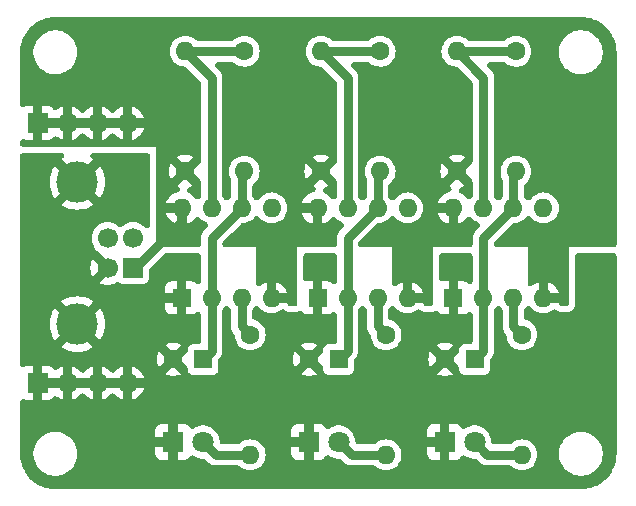
<source format=gbr>
%TF.GenerationSoftware,KiCad,Pcbnew,8.0.6*%
%TF.CreationDate,2024-11-24T10:34:52-05:00*%
%TF.ProjectId,triple_555,74726970-6c65-45f3-9535-352e6b696361,rev?*%
%TF.SameCoordinates,PX717cbc0PY4add0a0*%
%TF.FileFunction,Copper,L2,Bot*%
%TF.FilePolarity,Positive*%
%FSLAX46Y46*%
G04 Gerber Fmt 4.6, Leading zero omitted, Abs format (unit mm)*
G04 Created by KiCad (PCBNEW 8.0.6) date 2024-11-24 10:34:52*
%MOMM*%
%LPD*%
G01*
G04 APERTURE LIST*
%TA.AperFunction,ComponentPad*%
%ADD10R,1.700000X1.700000*%
%TD*%
%TA.AperFunction,ComponentPad*%
%ADD11C,1.700000*%
%TD*%
%TA.AperFunction,ComponentPad*%
%ADD12C,3.500000*%
%TD*%
%TA.AperFunction,ComponentPad*%
%ADD13O,1.600000X1.600000*%
%TD*%
%TA.AperFunction,ComponentPad*%
%ADD14C,1.600000*%
%TD*%
%TA.AperFunction,ComponentPad*%
%ADD15R,1.600000X1.600000*%
%TD*%
%TA.AperFunction,ComponentPad*%
%ADD16O,1.700000X1.700000*%
%TD*%
%TA.AperFunction,ComponentPad*%
%ADD17R,1.800000X1.800000*%
%TD*%
%TA.AperFunction,ComponentPad*%
%ADD18C,1.800000*%
%TD*%
%TA.AperFunction,Conductor*%
%ADD19C,0.800000*%
%TD*%
G04 APERTURE END LIST*
D10*
%TO.P,J3,1,VBUS*%
%TO.N,VCC*%
X11077500Y-22750000D03*
D11*
%TO.P,J3,2,D-*%
%TO.N,unconnected-(J3-D--Pad2)*%
X11077500Y-20250000D03*
%TO.P,J3,3,D+*%
%TO.N,unconnected-(J3-D+-Pad3)*%
X8923500Y-20250000D03*
%TO.P,J3,4,GND*%
%TO.N,GND*%
X8923500Y-22750000D03*
D12*
%TO.P,J3,5,Shield*%
X6367500Y-27520000D03*
X6367500Y-15480000D03*
%TD*%
D13*
%TO.P,R1,2*%
%TO.N,Net-(U1-DIS)*%
X15500000Y-4420000D03*
D14*
%TO.P,R1,1*%
%TO.N,VCC*%
X15500000Y-14580000D03*
%TD*%
D15*
%TO.P,U3,1,GND*%
%TO.N,GND*%
X38200000Y-25300000D03*
D13*
%TO.P,U3,2,TR*%
%TO.N,Net-(U3-THR)*%
X40740000Y-25300000D03*
%TO.P,U3,3,Q*%
%TO.N,Net-(U3-Q)*%
X43280000Y-25300000D03*
%TO.P,U3,4,R*%
%TO.N,VCC*%
X45820000Y-25300000D03*
%TO.P,U3,5,CV*%
%TO.N,unconnected-(U3-CV-Pad5)*%
X45820000Y-17680000D03*
%TO.P,U3,6,THR*%
%TO.N,Net-(U3-THR)*%
X43280000Y-17680000D03*
%TO.P,U3,7,DIS*%
%TO.N,Net-(U3-DIS)*%
X40740000Y-17680000D03*
%TO.P,U3,8,VCC*%
%TO.N,VCC*%
X38200000Y-17680000D03*
%TD*%
%TO.P,R5,2*%
%TO.N,Net-(U2-THR)*%
X32000000Y-14580000D03*
D14*
%TO.P,R5,1*%
%TO.N,Net-(U2-DIS)*%
X32000000Y-4420000D03*
%TD*%
D10*
%TO.P,J2,1,Pin_1*%
%TO.N,GND*%
X3000000Y-32500000D03*
D16*
%TO.P,J2,2,Pin_2*%
X5540000Y-32500000D03*
%TO.P,J2,3,Pin_3*%
X8080000Y-32500000D03*
%TO.P,J2,4,Pin_4*%
X10620000Y-32500000D03*
%TD*%
D14*
%TO.P,R6,1*%
%TO.N,Net-(U2-Q)*%
X32500000Y-28420000D03*
D13*
%TO.P,R6,2*%
%TO.N,Net-(D2-A)*%
X32500000Y-38580000D03*
%TD*%
%TO.P,R7,2*%
%TO.N,Net-(U3-DIS)*%
X38500000Y-4420000D03*
D14*
%TO.P,R7,1*%
%TO.N,VCC*%
X38500000Y-14580000D03*
%TD*%
D17*
%TO.P,D3,1,K*%
%TO.N,GND*%
X37460000Y-37500000D03*
D18*
%TO.P,D3,2,A*%
%TO.N,Net-(D3-A)*%
X40000000Y-37500000D03*
%TD*%
D17*
%TO.P,D1,1,K*%
%TO.N,GND*%
X14460000Y-37500000D03*
D18*
%TO.P,D1,2,A*%
%TO.N,Net-(D1-A)*%
X17000000Y-37500000D03*
%TD*%
D15*
%TO.P,U1,1,GND*%
%TO.N,GND*%
X15200000Y-25300000D03*
D13*
%TO.P,U1,2,TR*%
%TO.N,Net-(U1-THR)*%
X17740000Y-25300000D03*
%TO.P,U1,3,Q*%
%TO.N,Net-(U1-Q)*%
X20280000Y-25300000D03*
%TO.P,U1,4,R*%
%TO.N,VCC*%
X22820000Y-25300000D03*
%TO.P,U1,5,CV*%
%TO.N,unconnected-(U1-CV-Pad5)*%
X22820000Y-17680000D03*
%TO.P,U1,6,THR*%
%TO.N,Net-(U1-THR)*%
X20280000Y-17680000D03*
%TO.P,U1,7,DIS*%
%TO.N,Net-(U1-DIS)*%
X17740000Y-17680000D03*
%TO.P,U1,8,VCC*%
%TO.N,VCC*%
X15200000Y-17680000D03*
%TD*%
%TO.P,R4,2*%
%TO.N,Net-(U2-DIS)*%
X27000000Y-4420000D03*
D14*
%TO.P,R4,1*%
%TO.N,VCC*%
X27000000Y-14580000D03*
%TD*%
D17*
%TO.P,D2,1,K*%
%TO.N,GND*%
X25960000Y-37500000D03*
D18*
%TO.P,D2,2,A*%
%TO.N,Net-(D2-A)*%
X28500000Y-37500000D03*
%TD*%
D15*
%TO.P,U2,1,GND*%
%TO.N,GND*%
X26700000Y-25300000D03*
D13*
%TO.P,U2,2,TR*%
%TO.N,Net-(U2-THR)*%
X29240000Y-25300000D03*
%TO.P,U2,3,Q*%
%TO.N,Net-(U2-Q)*%
X31780000Y-25300000D03*
%TO.P,U2,4,R*%
%TO.N,VCC*%
X34320000Y-25300000D03*
%TO.P,U2,5,CV*%
%TO.N,unconnected-(U2-CV-Pad5)*%
X34320000Y-17680000D03*
%TO.P,U2,6,THR*%
%TO.N,Net-(U2-THR)*%
X31780000Y-17680000D03*
%TO.P,U2,7,DIS*%
%TO.N,Net-(U2-DIS)*%
X29240000Y-17680000D03*
%TO.P,U2,8,VCC*%
%TO.N,VCC*%
X26700000Y-17680000D03*
%TD*%
D15*
%TO.P,C3,1*%
%TO.N,Net-(U3-THR)*%
X40000000Y-30500000D03*
D14*
%TO.P,C3,2*%
%TO.N,GND*%
X37500000Y-30500000D03*
%TD*%
D15*
%TO.P,C1,1*%
%TO.N,Net-(U1-THR)*%
X17000000Y-30500000D03*
D14*
%TO.P,C1,2*%
%TO.N,GND*%
X14500000Y-30500000D03*
%TD*%
D10*
%TO.P,J1,1,Pin_1*%
%TO.N,VCC*%
X3000000Y-10500000D03*
D16*
%TO.P,J1,2,Pin_2*%
X5540000Y-10500000D03*
%TO.P,J1,3,Pin_3*%
X8080000Y-10500000D03*
%TO.P,J1,4,Pin_4*%
X10620000Y-10500000D03*
%TD*%
D14*
%TO.P,R9,1*%
%TO.N,Net-(U3-Q)*%
X44000000Y-28420000D03*
D13*
%TO.P,R9,2*%
%TO.N,Net-(D3-A)*%
X44000000Y-38580000D03*
%TD*%
D14*
%TO.P,R3,1*%
%TO.N,Net-(U1-Q)*%
X21000000Y-28420000D03*
D13*
%TO.P,R3,2*%
%TO.N,Net-(D1-A)*%
X21000000Y-38580000D03*
%TD*%
%TO.P,R8,2*%
%TO.N,Net-(U3-THR)*%
X43500000Y-14580000D03*
D14*
%TO.P,R8,1*%
%TO.N,Net-(U3-DIS)*%
X43500000Y-4420000D03*
%TD*%
%TO.P,R2,1*%
%TO.N,Net-(U1-DIS)*%
X20500000Y-4420000D03*
D13*
%TO.P,R2,2*%
%TO.N,Net-(U1-THR)*%
X20500000Y-14580000D03*
%TD*%
D15*
%TO.P,C2,1*%
%TO.N,Net-(U2-THR)*%
X28500000Y-30500000D03*
D14*
%TO.P,C2,2*%
%TO.N,GND*%
X26000000Y-30500000D03*
%TD*%
D19*
%TO.N,Net-(U1-DIS)*%
X15500000Y-4420000D02*
X20500000Y-4420000D01*
%TO.N,Net-(U2-DIS)*%
X27000000Y-4420000D02*
X32000000Y-4420000D01*
%TO.N,Net-(U3-DIS)*%
X38500000Y-4420000D02*
X43500000Y-4420000D01*
X38500000Y-4420000D02*
X40740000Y-6660000D01*
X40740000Y-6660000D02*
X40740000Y-17680000D01*
%TO.N,Net-(U2-DIS)*%
X27000000Y-4420000D02*
X29240000Y-6660000D01*
X29240000Y-6660000D02*
X29240000Y-17680000D01*
%TO.N,Net-(U1-DIS)*%
X15500000Y-4420000D02*
X17740000Y-6660000D01*
X17740000Y-6660000D02*
X17740000Y-17680000D01*
%TO.N,Net-(U3-THR)*%
X43280000Y-17680000D02*
X43280000Y-14800000D01*
X43280000Y-14800000D02*
X43500000Y-14580000D01*
%TO.N,Net-(U2-THR)*%
X31780000Y-17680000D02*
X31780000Y-14800000D01*
X31780000Y-14800000D02*
X32000000Y-14580000D01*
%TO.N,Net-(U1-THR)*%
X20280000Y-17680000D02*
X20280000Y-14800000D01*
X20280000Y-14800000D02*
X20500000Y-14580000D01*
%TO.N,VCC*%
X11077500Y-22750000D02*
X11250000Y-22750000D01*
X11250000Y-22750000D02*
X15200000Y-18800000D01*
X15200000Y-18800000D02*
X15200000Y-17680000D01*
%TO.N,Net-(U1-THR)*%
X17740000Y-20220000D02*
X20280000Y-17680000D01*
X17740000Y-25300000D02*
X17740000Y-20220000D01*
X17740000Y-29760000D02*
X17000000Y-30500000D01*
X17740000Y-25300000D02*
X17740000Y-29760000D01*
%TO.N,Net-(U2-THR)*%
X29240000Y-25300000D02*
X29240000Y-29760000D01*
X29240000Y-25300000D02*
X29240000Y-20220000D01*
X29240000Y-29760000D02*
X28500000Y-30500000D01*
X29240000Y-20220000D02*
X31780000Y-17680000D01*
%TO.N,Net-(U3-THR)*%
X40740000Y-20220000D02*
X43280000Y-17680000D01*
X40740000Y-29760000D02*
X40000000Y-30500000D01*
X40740000Y-25300000D02*
X40740000Y-20220000D01*
X40740000Y-25300000D02*
X40740000Y-29760000D01*
%TO.N,Net-(D1-A)*%
X18080000Y-38580000D02*
X17000000Y-37500000D01*
X21000000Y-38580000D02*
X18080000Y-38580000D01*
%TO.N,Net-(D2-A)*%
X29580000Y-38580000D02*
X28500000Y-37500000D01*
X32500000Y-38580000D02*
X29580000Y-38580000D01*
%TO.N,Net-(D3-A)*%
X41080000Y-38580000D02*
X40000000Y-37500000D01*
X44000000Y-38580000D02*
X41080000Y-38580000D01*
%TO.N,Net-(U1-Q)*%
X20280000Y-25300000D02*
X20280000Y-27700000D01*
X20280000Y-27700000D02*
X21000000Y-28420000D01*
%TO.N,Net-(U2-Q)*%
X31780000Y-27700000D02*
X32500000Y-28420000D01*
X31780000Y-25300000D02*
X31780000Y-27700000D01*
%TO.N,Net-(U3-Q)*%
X43280000Y-27700000D02*
X44000000Y-28420000D01*
X43280000Y-25300000D02*
X43280000Y-27700000D01*
%TD*%
%TA.AperFunction,Conductor*%
%TO.N,GND*%
G36*
X5115408Y-13024454D02*
G01*
X5196190Y-13078430D01*
X5250166Y-13159212D01*
X5269120Y-13254500D01*
X5250166Y-13349788D01*
X5196190Y-13430570D01*
X5158457Y-13461536D01*
X5012348Y-13559162D01*
X5876071Y-14422885D01*
X5756907Y-14483603D01*
X5608554Y-14591388D01*
X5478888Y-14721054D01*
X5371103Y-14869407D01*
X5310385Y-14988571D01*
X4446662Y-14124848D01*
X4327978Y-14302472D01*
X4327968Y-14302489D01*
X4191730Y-14578750D01*
X4191723Y-14578769D01*
X4092707Y-14870458D01*
X4032605Y-15172608D01*
X4012458Y-15480000D01*
X4032605Y-15787391D01*
X4092707Y-16089541D01*
X4191723Y-16381230D01*
X4191730Y-16381249D01*
X4327971Y-16657516D01*
X4327972Y-16657518D01*
X4446662Y-16835150D01*
X5310385Y-15971426D01*
X5371103Y-16090593D01*
X5478888Y-16238946D01*
X5608554Y-16368612D01*
X5756907Y-16476397D01*
X5876070Y-16537113D01*
X5012348Y-17400836D01*
X5189981Y-17519527D01*
X5189983Y-17519528D01*
X5466250Y-17655769D01*
X5466269Y-17655776D01*
X5757958Y-17754792D01*
X6060109Y-17814894D01*
X6060107Y-17814894D01*
X6367500Y-17835041D01*
X6674891Y-17814894D01*
X6977041Y-17754792D01*
X7268730Y-17655776D01*
X7268749Y-17655769D01*
X7545016Y-17519528D01*
X7545021Y-17519525D01*
X7722650Y-17400836D01*
X6858928Y-16537114D01*
X6978093Y-16476397D01*
X7126446Y-16368612D01*
X7256112Y-16238946D01*
X7363897Y-16090593D01*
X7424614Y-15971428D01*
X8288336Y-16835150D01*
X8407025Y-16657521D01*
X8407028Y-16657516D01*
X8543269Y-16381249D01*
X8543276Y-16381230D01*
X8642292Y-16089541D01*
X8702394Y-15787391D01*
X8722541Y-15480000D01*
X8702394Y-15172608D01*
X8642292Y-14870458D01*
X8543276Y-14578769D01*
X8543269Y-14578750D01*
X8407028Y-14302483D01*
X8407027Y-14302481D01*
X8288336Y-14124848D01*
X7424613Y-14988570D01*
X7363897Y-14869407D01*
X7256112Y-14721054D01*
X7126446Y-14591388D01*
X6978093Y-14483603D01*
X6858926Y-14422885D01*
X7722650Y-13559162D01*
X7576542Y-13461536D01*
X7507843Y-13392837D01*
X7470663Y-13303077D01*
X7470664Y-13205922D01*
X7507843Y-13116163D01*
X7576542Y-13047464D01*
X7666302Y-13010284D01*
X7714879Y-13005500D01*
X12245500Y-13005500D01*
X12340788Y-13024454D01*
X12421570Y-13078430D01*
X12475546Y-13159212D01*
X12494500Y-13254500D01*
X12494500Y-19155965D01*
X12475546Y-19251253D01*
X12421570Y-19332035D01*
X12340788Y-19386011D01*
X12245500Y-19404965D01*
X12150212Y-19386011D01*
X12069433Y-19332037D01*
X11948901Y-19211505D01*
X11755330Y-19075965D01*
X11541163Y-18976097D01*
X11541160Y-18976096D01*
X11312901Y-18914935D01*
X11077505Y-18894341D01*
X11077495Y-18894341D01*
X10842098Y-18914935D01*
X10613835Y-18976097D01*
X10613833Y-18976098D01*
X10399677Y-19075961D01*
X10399669Y-19075965D01*
X10206103Y-19211502D01*
X10206099Y-19211505D01*
X10176566Y-19241037D01*
X10095788Y-19295011D01*
X10000500Y-19313965D01*
X9905212Y-19295011D01*
X9824433Y-19241037D01*
X9794901Y-19211505D01*
X9601330Y-19075965D01*
X9387163Y-18976097D01*
X9387160Y-18976096D01*
X9158901Y-18914935D01*
X8923505Y-18894341D01*
X8923495Y-18894341D01*
X8688098Y-18914935D01*
X8459835Y-18976097D01*
X8459833Y-18976098D01*
X8245677Y-19075961D01*
X8245669Y-19075965D01*
X8052100Y-19211504D01*
X7885004Y-19378600D01*
X7749465Y-19572169D01*
X7749461Y-19572177D01*
X7649598Y-19786333D01*
X7649597Y-19786335D01*
X7588435Y-20014598D01*
X7567841Y-20249994D01*
X7567841Y-20250005D01*
X7588435Y-20485401D01*
X7588437Y-20485408D01*
X7649597Y-20713663D01*
X7749465Y-20927830D01*
X7885005Y-21121401D01*
X8052099Y-21288495D01*
X8052102Y-21288497D01*
X8052103Y-21288498D01*
X8104981Y-21325524D01*
X8172165Y-21395705D01*
X8195883Y-21456698D01*
X8923499Y-22184315D01*
X8923500Y-22184315D01*
X9045702Y-22306517D01*
X8984060Y-22290000D01*
X8862940Y-22290000D01*
X8745947Y-22321349D01*
X8641054Y-22381909D01*
X8555409Y-22467554D01*
X8494849Y-22572447D01*
X8463500Y-22689440D01*
X8463500Y-22810560D01*
X8494849Y-22927553D01*
X8555409Y-23032446D01*
X8641054Y-23118091D01*
X8745947Y-23178651D01*
X8862940Y-23210000D01*
X8984060Y-23210000D01*
X9045699Y-23193483D01*
X8220769Y-24018413D01*
X8339047Y-24082422D01*
X8566331Y-24160448D01*
X8803351Y-24200000D01*
X9043649Y-24200000D01*
X9280668Y-24160448D01*
X9507952Y-24082422D01*
X9507956Y-24082421D01*
X9674726Y-23992169D01*
X9767551Y-23963486D01*
X9864286Y-23972508D01*
X9942459Y-24011823D01*
X9985169Y-24043796D01*
X10120017Y-24094091D01*
X10179627Y-24100500D01*
X11975372Y-24100499D01*
X12034983Y-24094091D01*
X12169831Y-24043796D01*
X12285046Y-23957546D01*
X12371296Y-23842331D01*
X12421591Y-23707483D01*
X12428000Y-23647873D01*
X12427999Y-22948638D01*
X12446953Y-22853351D01*
X12500929Y-22772570D01*
X12500930Y-22772569D01*
X13695071Y-21578430D01*
X13775852Y-21524454D01*
X13871140Y-21505500D01*
X16590500Y-21505500D01*
X16685788Y-21524454D01*
X16766570Y-21578430D01*
X16820546Y-21659212D01*
X16839500Y-21754500D01*
X16839500Y-23882964D01*
X16820546Y-23978252D01*
X16766570Y-24059034D01*
X16685788Y-24113010D01*
X16590500Y-24131964D01*
X16495212Y-24113010D01*
X16438919Y-24080510D01*
X16302588Y-23975900D01*
X16156627Y-23915443D01*
X16156629Y-23915443D01*
X16039324Y-23900000D01*
X15600001Y-23900000D01*
X15600000Y-23900001D01*
X15600000Y-25247339D01*
X15572741Y-25145606D01*
X15520080Y-25054394D01*
X15445606Y-24979920D01*
X15354394Y-24927259D01*
X15252661Y-24900000D01*
X15147339Y-24900000D01*
X15045606Y-24927259D01*
X14954394Y-24979920D01*
X14879920Y-25054394D01*
X14827259Y-25145606D01*
X14800000Y-25247339D01*
X14800000Y-25352661D01*
X14827259Y-25454394D01*
X14879920Y-25545606D01*
X14954394Y-25620080D01*
X15045606Y-25672741D01*
X15147339Y-25700000D01*
X15252661Y-25700000D01*
X15354394Y-25672741D01*
X15445606Y-25620080D01*
X15520080Y-25545606D01*
X15572741Y-25454394D01*
X15600000Y-25352661D01*
X15600000Y-26699998D01*
X15600001Y-26699999D01*
X16039323Y-26699999D01*
X16156629Y-26684556D01*
X16302588Y-26624098D01*
X16302592Y-26624096D01*
X16438919Y-26519490D01*
X16526054Y-26476519D01*
X16623001Y-26470165D01*
X16715000Y-26501395D01*
X16788045Y-26565454D01*
X16831016Y-26652589D01*
X16839500Y-26717035D01*
X16839500Y-28950500D01*
X16820546Y-29045788D01*
X16766570Y-29126570D01*
X16685788Y-29180546D01*
X16590501Y-29199500D01*
X16152134Y-29199500D01*
X16152130Y-29199500D01*
X16152128Y-29199501D01*
X16139314Y-29200878D01*
X16092519Y-29205908D01*
X16092515Y-29205909D01*
X15957670Y-29256203D01*
X15842455Y-29342453D01*
X15842453Y-29342455D01*
X15756204Y-29457669D01*
X15705908Y-29592518D01*
X15699500Y-29652123D01*
X15699500Y-29763045D01*
X15680546Y-29858333D01*
X15626570Y-29939114D01*
X15065685Y-30499999D01*
X15626569Y-31060883D01*
X15680546Y-31141665D01*
X15699500Y-31236951D01*
X15699500Y-31347864D01*
X15699500Y-31347869D01*
X15699501Y-31347872D01*
X15701044Y-31362229D01*
X15705908Y-31407480D01*
X15705909Y-31407483D01*
X15756204Y-31542331D01*
X15842454Y-31657546D01*
X15957669Y-31743796D01*
X16092517Y-31794091D01*
X16152127Y-31800500D01*
X17847872Y-31800499D01*
X17907483Y-31794091D01*
X18042331Y-31743796D01*
X18058723Y-31731525D01*
X25334158Y-31731525D01*
X25435696Y-31786475D01*
X25655149Y-31861813D01*
X25655148Y-31861813D01*
X25883993Y-31900000D01*
X26116007Y-31900000D01*
X26344850Y-31861813D01*
X26564306Y-31786474D01*
X26564309Y-31786472D01*
X26665839Y-31731526D01*
X26665839Y-31731525D01*
X26000000Y-31065685D01*
X25334158Y-31731525D01*
X18058723Y-31731525D01*
X18157546Y-31657546D01*
X18243796Y-31542331D01*
X18294091Y-31407483D01*
X18300500Y-31347873D01*
X18300499Y-30576138D01*
X18315645Y-30499994D01*
X24595202Y-30499994D01*
X24595202Y-30500005D01*
X24614361Y-30731219D01*
X24671317Y-30956136D01*
X24764517Y-31168610D01*
X24764986Y-31169326D01*
X25434313Y-30499999D01*
X25381653Y-30447339D01*
X25600000Y-30447339D01*
X25600000Y-30552661D01*
X25627259Y-30654394D01*
X25679920Y-30745606D01*
X25754394Y-30820080D01*
X25845606Y-30872741D01*
X25947339Y-30900000D01*
X26052661Y-30900000D01*
X26154394Y-30872741D01*
X26245606Y-30820080D01*
X26320080Y-30745606D01*
X26372741Y-30654394D01*
X26400000Y-30552661D01*
X26400000Y-30447339D01*
X26372741Y-30345606D01*
X26320080Y-30254394D01*
X26245606Y-30179920D01*
X26154394Y-30127259D01*
X26052661Y-30100000D01*
X25947339Y-30100000D01*
X25845606Y-30127259D01*
X25754394Y-30179920D01*
X25679920Y-30254394D01*
X25627259Y-30345606D01*
X25600000Y-30447339D01*
X25381653Y-30447339D01*
X24764985Y-29830671D01*
X24764516Y-29831389D01*
X24671319Y-30043857D01*
X24671318Y-30043858D01*
X24614361Y-30268780D01*
X24595202Y-30499994D01*
X18315645Y-30499994D01*
X18319453Y-30480851D01*
X18373427Y-30400071D01*
X18439464Y-30334036D01*
X18504078Y-30237334D01*
X18538013Y-30186547D01*
X18584858Y-30073453D01*
X18605895Y-30022666D01*
X18640500Y-29848692D01*
X18640500Y-29671308D01*
X18640500Y-26341825D01*
X18659454Y-26246537D01*
X18713427Y-26165758D01*
X18740047Y-26139139D01*
X18806031Y-26044902D01*
X18876211Y-25977719D01*
X18966760Y-25942506D01*
X19063892Y-25944625D01*
X19152819Y-25983753D01*
X19213968Y-26044902D01*
X19279953Y-26139139D01*
X19306572Y-26165758D01*
X19360546Y-26246537D01*
X19379500Y-26341825D01*
X19379500Y-27611308D01*
X19379500Y-27788692D01*
X19387198Y-27827391D01*
X19414105Y-27962668D01*
X19481983Y-28126539D01*
X19481987Y-28126547D01*
X19526597Y-28193310D01*
X19526598Y-28193311D01*
X19580536Y-28274036D01*
X19627383Y-28320883D01*
X19681359Y-28401665D01*
X19699365Y-28475251D01*
X19714363Y-28646679D01*
X19714365Y-28646694D01*
X19773261Y-28866496D01*
X19773262Y-28866499D01*
X19869428Y-29072727D01*
X19869436Y-29072741D01*
X19999949Y-29259134D01*
X19999953Y-29259139D01*
X20160861Y-29420047D01*
X20160864Y-29420049D01*
X20160865Y-29420050D01*
X20347258Y-29550563D01*
X20347262Y-29550565D01*
X20347266Y-29550568D01*
X20347270Y-29550569D01*
X20347272Y-29550571D01*
X20437225Y-29592517D01*
X20553504Y-29646739D01*
X20773308Y-29705635D01*
X20792984Y-29707356D01*
X20999994Y-29725468D01*
X21000000Y-29725468D01*
X21000006Y-29725468D01*
X21179668Y-29709749D01*
X21226692Y-29705635D01*
X21446496Y-29646739D01*
X21652734Y-29550568D01*
X21839139Y-29420047D01*
X21990714Y-29268472D01*
X25334159Y-29268472D01*
X26000000Y-29934313D01*
X26665840Y-29268472D01*
X26564305Y-29213525D01*
X26344850Y-29138186D01*
X26344851Y-29138186D01*
X26116007Y-29100000D01*
X25883993Y-29100000D01*
X25655148Y-29138186D01*
X25655145Y-29138187D01*
X25435700Y-29213522D01*
X25435695Y-29213524D01*
X25334159Y-29268472D01*
X21990714Y-29268472D01*
X22000047Y-29259139D01*
X22130568Y-29072734D01*
X22226739Y-28866496D01*
X22285635Y-28646692D01*
X22290375Y-28592512D01*
X22305468Y-28420005D01*
X22305468Y-28419994D01*
X22285636Y-28193320D01*
X22285635Y-28193310D01*
X22285635Y-28193308D01*
X22226739Y-27973504D01*
X22130568Y-27767266D01*
X22130565Y-27767262D01*
X22130563Y-27767258D01*
X22000050Y-27580865D01*
X22000049Y-27580864D01*
X22000047Y-27580861D01*
X21839139Y-27419953D01*
X21839135Y-27419950D01*
X21839134Y-27419949D01*
X21652741Y-27289436D01*
X21652727Y-27289428D01*
X21446499Y-27193262D01*
X21446496Y-27193261D01*
X21365053Y-27171438D01*
X21277919Y-27128468D01*
X21213860Y-27055423D01*
X21182630Y-26963424D01*
X21180500Y-26930923D01*
X21180500Y-26341825D01*
X21199454Y-26246537D01*
X21253427Y-26165758D01*
X21280047Y-26139139D01*
X21346031Y-26044902D01*
X21416211Y-25977719D01*
X21506760Y-25942506D01*
X21603892Y-25944625D01*
X21692819Y-25983753D01*
X21753968Y-26044902D01*
X21819953Y-26139139D01*
X21980861Y-26300047D01*
X21980864Y-26300049D01*
X21980865Y-26300050D01*
X22167258Y-26430563D01*
X22167262Y-26430565D01*
X22167266Y-26430568D01*
X22167270Y-26430569D01*
X22167272Y-26430571D01*
X22266477Y-26476831D01*
X22373504Y-26526739D01*
X22593308Y-26585635D01*
X22612984Y-26587356D01*
X22819994Y-26605468D01*
X22820000Y-26605468D01*
X22820006Y-26605468D01*
X22999668Y-26589749D01*
X23046692Y-26585635D01*
X23266496Y-26526739D01*
X23472734Y-26430568D01*
X23630894Y-26319823D01*
X23719821Y-26280695D01*
X23816953Y-26278576D01*
X23907502Y-26313789D01*
X23940102Y-26338548D01*
X23949935Y-26347380D01*
X23949937Y-26347381D01*
X23949939Y-26347383D01*
X24030692Y-26401340D01*
X24030706Y-26401349D01*
X24030717Y-26401356D01*
X24077252Y-26428966D01*
X24212937Y-26476833D01*
X24308225Y-26495787D01*
X24406843Y-26505500D01*
X24406846Y-26505500D01*
X24750997Y-26505500D01*
X24751000Y-26505500D01*
X24849618Y-26495787D01*
X24944906Y-26476833D01*
X24997335Y-26463451D01*
X25126298Y-26401751D01*
X25220431Y-26377727D01*
X25316597Y-26391554D01*
X25400152Y-26441130D01*
X25431303Y-26474790D01*
X25472071Y-26527921D01*
X25472079Y-26527929D01*
X25597407Y-26624096D01*
X25597411Y-26624098D01*
X25743372Y-26684556D01*
X25743370Y-26684556D01*
X25860676Y-26699999D01*
X26300000Y-26699999D01*
X26300000Y-25352661D01*
X26327259Y-25454394D01*
X26379920Y-25545606D01*
X26454394Y-25620080D01*
X26545606Y-25672741D01*
X26647339Y-25700000D01*
X26752661Y-25700000D01*
X26854394Y-25672741D01*
X26945606Y-25620080D01*
X27020080Y-25545606D01*
X27072741Y-25454394D01*
X27100000Y-25352661D01*
X27100000Y-26699998D01*
X27100001Y-26699999D01*
X27539323Y-26699999D01*
X27656629Y-26684556D01*
X27802588Y-26624098D01*
X27802592Y-26624096D01*
X27938919Y-26519490D01*
X28026054Y-26476519D01*
X28123001Y-26470165D01*
X28215000Y-26501395D01*
X28288045Y-26565454D01*
X28331016Y-26652589D01*
X28339500Y-26717035D01*
X28339500Y-28950500D01*
X28320546Y-29045788D01*
X28266570Y-29126570D01*
X28185788Y-29180546D01*
X28090501Y-29199500D01*
X27652134Y-29199500D01*
X27652130Y-29199500D01*
X27652128Y-29199501D01*
X27639314Y-29200878D01*
X27592519Y-29205908D01*
X27592515Y-29205909D01*
X27457670Y-29256203D01*
X27342455Y-29342453D01*
X27342453Y-29342455D01*
X27256204Y-29457669D01*
X27205908Y-29592518D01*
X27199500Y-29652123D01*
X27199500Y-29763045D01*
X27180546Y-29858333D01*
X27126570Y-29939114D01*
X26565685Y-30499999D01*
X27126569Y-31060883D01*
X27180546Y-31141665D01*
X27199500Y-31236951D01*
X27199500Y-31347864D01*
X27199500Y-31347869D01*
X27199501Y-31347872D01*
X27201044Y-31362229D01*
X27205908Y-31407480D01*
X27205909Y-31407483D01*
X27256204Y-31542331D01*
X27342454Y-31657546D01*
X27457669Y-31743796D01*
X27592517Y-31794091D01*
X27652127Y-31800500D01*
X29347872Y-31800499D01*
X29407483Y-31794091D01*
X29542331Y-31743796D01*
X29558723Y-31731525D01*
X36834158Y-31731525D01*
X36935696Y-31786475D01*
X37155149Y-31861813D01*
X37155148Y-31861813D01*
X37383993Y-31900000D01*
X37616007Y-31900000D01*
X37844850Y-31861813D01*
X38064306Y-31786474D01*
X38064309Y-31786472D01*
X38165839Y-31731526D01*
X38165839Y-31731525D01*
X37500000Y-31065685D01*
X36834158Y-31731525D01*
X29558723Y-31731525D01*
X29657546Y-31657546D01*
X29743796Y-31542331D01*
X29794091Y-31407483D01*
X29800500Y-31347873D01*
X29800499Y-30576138D01*
X29815645Y-30499994D01*
X36095202Y-30499994D01*
X36095202Y-30500005D01*
X36114361Y-30731219D01*
X36171317Y-30956136D01*
X36264517Y-31168610D01*
X36264986Y-31169326D01*
X36934314Y-30499999D01*
X36881654Y-30447339D01*
X37100000Y-30447339D01*
X37100000Y-30552661D01*
X37127259Y-30654394D01*
X37179920Y-30745606D01*
X37254394Y-30820080D01*
X37345606Y-30872741D01*
X37447339Y-30900000D01*
X37552661Y-30900000D01*
X37654394Y-30872741D01*
X37745606Y-30820080D01*
X37820080Y-30745606D01*
X37872741Y-30654394D01*
X37900000Y-30552661D01*
X37900000Y-30447339D01*
X37872741Y-30345606D01*
X37820080Y-30254394D01*
X37745606Y-30179920D01*
X37654394Y-30127259D01*
X37552661Y-30100000D01*
X37447339Y-30100000D01*
X37345606Y-30127259D01*
X37254394Y-30179920D01*
X37179920Y-30254394D01*
X37127259Y-30345606D01*
X37100000Y-30447339D01*
X36881654Y-30447339D01*
X36264986Y-29830671D01*
X36264985Y-29830671D01*
X36264516Y-29831389D01*
X36171319Y-30043857D01*
X36171318Y-30043858D01*
X36114361Y-30268780D01*
X36095202Y-30499994D01*
X29815645Y-30499994D01*
X29819453Y-30480851D01*
X29873427Y-30400071D01*
X29939464Y-30334036D01*
X30004078Y-30237334D01*
X30038013Y-30186547D01*
X30084858Y-30073453D01*
X30105895Y-30022666D01*
X30140500Y-29848692D01*
X30140500Y-29671308D01*
X30140500Y-26341825D01*
X30159454Y-26246537D01*
X30213427Y-26165758D01*
X30240047Y-26139139D01*
X30306031Y-26044902D01*
X30376211Y-25977719D01*
X30466760Y-25942506D01*
X30563892Y-25944625D01*
X30652819Y-25983753D01*
X30713968Y-26044902D01*
X30779953Y-26139139D01*
X30806572Y-26165758D01*
X30860546Y-26246537D01*
X30879500Y-26341825D01*
X30879500Y-27611308D01*
X30879500Y-27788692D01*
X30887198Y-27827391D01*
X30914105Y-27962668D01*
X30981983Y-28126539D01*
X30981987Y-28126547D01*
X31026597Y-28193310D01*
X31026598Y-28193311D01*
X31080536Y-28274036D01*
X31127383Y-28320883D01*
X31181359Y-28401665D01*
X31199365Y-28475251D01*
X31214363Y-28646679D01*
X31214365Y-28646694D01*
X31273261Y-28866496D01*
X31273262Y-28866499D01*
X31369428Y-29072727D01*
X31369436Y-29072741D01*
X31499949Y-29259134D01*
X31499953Y-29259139D01*
X31660861Y-29420047D01*
X31660864Y-29420049D01*
X31660865Y-29420050D01*
X31847258Y-29550563D01*
X31847262Y-29550565D01*
X31847266Y-29550568D01*
X31847270Y-29550569D01*
X31847272Y-29550571D01*
X31937225Y-29592517D01*
X32053504Y-29646739D01*
X32273308Y-29705635D01*
X32292984Y-29707356D01*
X32499994Y-29725468D01*
X32500000Y-29725468D01*
X32500006Y-29725468D01*
X32679668Y-29709749D01*
X32726692Y-29705635D01*
X32946496Y-29646739D01*
X33152734Y-29550568D01*
X33339139Y-29420047D01*
X33490714Y-29268472D01*
X36834159Y-29268472D01*
X37500000Y-29934313D01*
X38165840Y-29268472D01*
X38064305Y-29213525D01*
X37844850Y-29138186D01*
X37844851Y-29138186D01*
X37616007Y-29100000D01*
X37383993Y-29100000D01*
X37155148Y-29138186D01*
X37155145Y-29138187D01*
X36935700Y-29213522D01*
X36935695Y-29213524D01*
X36834159Y-29268472D01*
X33490714Y-29268472D01*
X33500047Y-29259139D01*
X33630568Y-29072734D01*
X33726739Y-28866496D01*
X33785635Y-28646692D01*
X33790375Y-28592512D01*
X33805468Y-28420005D01*
X33805468Y-28419994D01*
X33785636Y-28193320D01*
X33785635Y-28193310D01*
X33785635Y-28193308D01*
X33726739Y-27973504D01*
X33630568Y-27767266D01*
X33630565Y-27767262D01*
X33630563Y-27767258D01*
X33500050Y-27580865D01*
X33500049Y-27580864D01*
X33500047Y-27580861D01*
X33339139Y-27419953D01*
X33339135Y-27419950D01*
X33339134Y-27419949D01*
X33152741Y-27289436D01*
X33152727Y-27289428D01*
X32946499Y-27193262D01*
X32946496Y-27193261D01*
X32865053Y-27171438D01*
X32777919Y-27128468D01*
X32713860Y-27055423D01*
X32682630Y-26963424D01*
X32680500Y-26930923D01*
X32680500Y-26341825D01*
X32699454Y-26246537D01*
X32753427Y-26165758D01*
X32780047Y-26139139D01*
X32846031Y-26044902D01*
X32916211Y-25977719D01*
X33006760Y-25942506D01*
X33103892Y-25944625D01*
X33192819Y-25983753D01*
X33253968Y-26044902D01*
X33319953Y-26139139D01*
X33480861Y-26300047D01*
X33480864Y-26300049D01*
X33480865Y-26300050D01*
X33667258Y-26430563D01*
X33667262Y-26430565D01*
X33667266Y-26430568D01*
X33667270Y-26430569D01*
X33667272Y-26430571D01*
X33766477Y-26476831D01*
X33873504Y-26526739D01*
X34093308Y-26585635D01*
X34112984Y-26587356D01*
X34319994Y-26605468D01*
X34320000Y-26605468D01*
X34320006Y-26605468D01*
X34499668Y-26589749D01*
X34546692Y-26585635D01*
X34766496Y-26526739D01*
X34972734Y-26430568D01*
X35130894Y-26319823D01*
X35219821Y-26280695D01*
X35316953Y-26278576D01*
X35407502Y-26313789D01*
X35440102Y-26338548D01*
X35449935Y-26347380D01*
X35449937Y-26347381D01*
X35449939Y-26347383D01*
X35530692Y-26401340D01*
X35530706Y-26401349D01*
X35530717Y-26401356D01*
X35577252Y-26428966D01*
X35712937Y-26476833D01*
X35808225Y-26495787D01*
X35906843Y-26505500D01*
X35906846Y-26505500D01*
X36250997Y-26505500D01*
X36251000Y-26505500D01*
X36349618Y-26495787D01*
X36444906Y-26476833D01*
X36497335Y-26463451D01*
X36626298Y-26401751D01*
X36720431Y-26377727D01*
X36816597Y-26391554D01*
X36900152Y-26441130D01*
X36931303Y-26474790D01*
X36972071Y-26527921D01*
X36972079Y-26527929D01*
X37097407Y-26624096D01*
X37097411Y-26624098D01*
X37243372Y-26684556D01*
X37243370Y-26684556D01*
X37360676Y-26699999D01*
X37800000Y-26699999D01*
X37800000Y-25352661D01*
X37827259Y-25454394D01*
X37879920Y-25545606D01*
X37954394Y-25620080D01*
X38045606Y-25672741D01*
X38147339Y-25700000D01*
X38252661Y-25700000D01*
X38354394Y-25672741D01*
X38445606Y-25620080D01*
X38520080Y-25545606D01*
X38572741Y-25454394D01*
X38600000Y-25352661D01*
X38600000Y-26699998D01*
X38600001Y-26699999D01*
X39039323Y-26699999D01*
X39156629Y-26684556D01*
X39302588Y-26624098D01*
X39302592Y-26624096D01*
X39438919Y-26519490D01*
X39526054Y-26476519D01*
X39623001Y-26470165D01*
X39715000Y-26501395D01*
X39788045Y-26565454D01*
X39831016Y-26652589D01*
X39839500Y-26717035D01*
X39839500Y-28950500D01*
X39820546Y-29045788D01*
X39766570Y-29126570D01*
X39685788Y-29180546D01*
X39590501Y-29199500D01*
X39152134Y-29199500D01*
X39152130Y-29199500D01*
X39152128Y-29199501D01*
X39139314Y-29200878D01*
X39092519Y-29205908D01*
X39092515Y-29205909D01*
X38957670Y-29256203D01*
X38842455Y-29342453D01*
X38842453Y-29342455D01*
X38756204Y-29457669D01*
X38705908Y-29592518D01*
X38699500Y-29652123D01*
X38699500Y-29763045D01*
X38680546Y-29858333D01*
X38626570Y-29939114D01*
X38065685Y-30499999D01*
X38626569Y-31060883D01*
X38680546Y-31141665D01*
X38699500Y-31236951D01*
X38699500Y-31347864D01*
X38699500Y-31347869D01*
X38699501Y-31347872D01*
X38701044Y-31362229D01*
X38705908Y-31407480D01*
X38705909Y-31407483D01*
X38756204Y-31542331D01*
X38842454Y-31657546D01*
X38957669Y-31743796D01*
X39092517Y-31794091D01*
X39152127Y-31800500D01*
X40847872Y-31800499D01*
X40907483Y-31794091D01*
X41042331Y-31743796D01*
X41157546Y-31657546D01*
X41243796Y-31542331D01*
X41294091Y-31407483D01*
X41300500Y-31347873D01*
X41300499Y-30576138D01*
X41319453Y-30480851D01*
X41373427Y-30400071D01*
X41439464Y-30334036D01*
X41504078Y-30237334D01*
X41538013Y-30186547D01*
X41584858Y-30073453D01*
X41605895Y-30022666D01*
X41640500Y-29848692D01*
X41640500Y-29671308D01*
X41640500Y-26341825D01*
X41659454Y-26246537D01*
X41713427Y-26165758D01*
X41740047Y-26139139D01*
X41806031Y-26044902D01*
X41876211Y-25977719D01*
X41966760Y-25942506D01*
X42063892Y-25944625D01*
X42152819Y-25983753D01*
X42213968Y-26044902D01*
X42279953Y-26139139D01*
X42306572Y-26165758D01*
X42360546Y-26246537D01*
X42379500Y-26341825D01*
X42379500Y-27611308D01*
X42379500Y-27788692D01*
X42387198Y-27827391D01*
X42414105Y-27962668D01*
X42481983Y-28126539D01*
X42481987Y-28126547D01*
X42526597Y-28193310D01*
X42526598Y-28193311D01*
X42580536Y-28274036D01*
X42627383Y-28320883D01*
X42681359Y-28401665D01*
X42699365Y-28475251D01*
X42714363Y-28646679D01*
X42714365Y-28646694D01*
X42773261Y-28866496D01*
X42773262Y-28866499D01*
X42869428Y-29072727D01*
X42869436Y-29072741D01*
X42999949Y-29259134D01*
X42999953Y-29259139D01*
X43160861Y-29420047D01*
X43160864Y-29420049D01*
X43160865Y-29420050D01*
X43347258Y-29550563D01*
X43347262Y-29550565D01*
X43347266Y-29550568D01*
X43347270Y-29550569D01*
X43347272Y-29550571D01*
X43437225Y-29592517D01*
X43553504Y-29646739D01*
X43773308Y-29705635D01*
X43792984Y-29707356D01*
X43999994Y-29725468D01*
X44000000Y-29725468D01*
X44000006Y-29725468D01*
X44179668Y-29709749D01*
X44226692Y-29705635D01*
X44446496Y-29646739D01*
X44652734Y-29550568D01*
X44839139Y-29420047D01*
X45000047Y-29259139D01*
X45130568Y-29072734D01*
X45226739Y-28866496D01*
X45285635Y-28646692D01*
X45290375Y-28592512D01*
X45305468Y-28420005D01*
X45305468Y-28419994D01*
X45285636Y-28193320D01*
X45285635Y-28193310D01*
X45285635Y-28193308D01*
X45226739Y-27973504D01*
X45130568Y-27767266D01*
X45130565Y-27767262D01*
X45130563Y-27767258D01*
X45000050Y-27580865D01*
X45000049Y-27580864D01*
X45000047Y-27580861D01*
X44839139Y-27419953D01*
X44839135Y-27419950D01*
X44839134Y-27419949D01*
X44652741Y-27289436D01*
X44652727Y-27289428D01*
X44446499Y-27193262D01*
X44446496Y-27193261D01*
X44365053Y-27171438D01*
X44277919Y-27128468D01*
X44213860Y-27055423D01*
X44182630Y-26963424D01*
X44180500Y-26930923D01*
X44180500Y-26341825D01*
X44199454Y-26246537D01*
X44253427Y-26165758D01*
X44280047Y-26139139D01*
X44346031Y-26044902D01*
X44416211Y-25977719D01*
X44506760Y-25942506D01*
X44603892Y-25944625D01*
X44692819Y-25983753D01*
X44753968Y-26044902D01*
X44819953Y-26139139D01*
X44980861Y-26300047D01*
X44980864Y-26300049D01*
X44980865Y-26300050D01*
X45167258Y-26430563D01*
X45167262Y-26430565D01*
X45167266Y-26430568D01*
X45167270Y-26430569D01*
X45167272Y-26430571D01*
X45266477Y-26476831D01*
X45373504Y-26526739D01*
X45593308Y-26585635D01*
X45612984Y-26587356D01*
X45819994Y-26605468D01*
X45820000Y-26605468D01*
X45820006Y-26605468D01*
X45999668Y-26589749D01*
X46046692Y-26585635D01*
X46266496Y-26526739D01*
X46472734Y-26430568D01*
X46630894Y-26319823D01*
X46719821Y-26280695D01*
X46816953Y-26278576D01*
X46907502Y-26313789D01*
X46940102Y-26338548D01*
X46949935Y-26347380D01*
X46949937Y-26347381D01*
X46949939Y-26347383D01*
X47030692Y-26401340D01*
X47030706Y-26401349D01*
X47030717Y-26401356D01*
X47077252Y-26428966D01*
X47212937Y-26476833D01*
X47308225Y-26495787D01*
X47406843Y-26505500D01*
X47406846Y-26505500D01*
X47750997Y-26505500D01*
X47751000Y-26505500D01*
X47849618Y-26495787D01*
X47944906Y-26476833D01*
X47997335Y-26463451D01*
X48127126Y-26401356D01*
X48207908Y-26347380D01*
X48251233Y-26314947D01*
X48347380Y-26207908D01*
X48401356Y-26127126D01*
X48428966Y-26080591D01*
X48476833Y-25944906D01*
X48495787Y-25849618D01*
X48505500Y-25751000D01*
X48505500Y-21754500D01*
X48524454Y-21659212D01*
X48578430Y-21578430D01*
X48659212Y-21524454D01*
X48754500Y-21505500D01*
X51775626Y-21505500D01*
X51870914Y-21524454D01*
X51951696Y-21578430D01*
X52005672Y-21659212D01*
X52024626Y-21754500D01*
X52024626Y-38493474D01*
X52024285Y-38506506D01*
X52008877Y-38800501D01*
X52006152Y-38826421D01*
X51961120Y-39110744D01*
X51955701Y-39136238D01*
X51881195Y-39414297D01*
X51873142Y-39439084D01*
X51769983Y-39707826D01*
X51759382Y-39731637D01*
X51628691Y-39988132D01*
X51615660Y-40010702D01*
X51458879Y-40252126D01*
X51443559Y-40273212D01*
X51262400Y-40496926D01*
X51244960Y-40516295D01*
X51041409Y-40719847D01*
X51022041Y-40737286D01*
X50798335Y-40918442D01*
X50777249Y-40933762D01*
X50535816Y-41090552D01*
X50513245Y-41103584D01*
X50256755Y-41234274D01*
X50232944Y-41244875D01*
X49964206Y-41348035D01*
X49939419Y-41356089D01*
X49661358Y-41430597D01*
X49635865Y-41436016D01*
X49351549Y-41481049D01*
X49325629Y-41483774D01*
X49052831Y-41498073D01*
X49032122Y-41499159D01*
X49019091Y-41499500D01*
X4506526Y-41499500D01*
X4493494Y-41499159D01*
X4199491Y-41483750D01*
X4173578Y-41481026D01*
X3889246Y-41435993D01*
X3863763Y-41430576D01*
X3585715Y-41356073D01*
X3560931Y-41348021D01*
X3426548Y-41296437D01*
X3292170Y-41244854D01*
X3268360Y-41234252D01*
X3011879Y-41103568D01*
X2989308Y-41090537D01*
X2747881Y-40933752D01*
X2726796Y-40918433D01*
X2535152Y-40763243D01*
X2503088Y-40737278D01*
X2483720Y-40719840D01*
X2280159Y-40516279D01*
X2262719Y-40496909D01*
X2081566Y-40273203D01*
X2066247Y-40252118D01*
X2001348Y-40152183D01*
X1909460Y-40010688D01*
X1896431Y-39988120D01*
X1765747Y-39731639D01*
X1755145Y-39707829D01*
X1755144Y-39707826D01*
X1651974Y-39439056D01*
X1643929Y-39414294D01*
X1569421Y-39136226D01*
X1564008Y-39110767D01*
X1518970Y-38826404D01*
X1516249Y-38800508D01*
X1515537Y-38786931D01*
X1500841Y-38506506D01*
X1500500Y-38493474D01*
X1500500Y-38378712D01*
X2649500Y-38378712D01*
X2649500Y-38621288D01*
X2656765Y-38676470D01*
X2681162Y-38861790D01*
X2681163Y-38861795D01*
X2743940Y-39096082D01*
X2743948Y-39096105D01*
X2836770Y-39320201D01*
X2836778Y-39320217D01*
X2958058Y-39530279D01*
X2958064Y-39530289D01*
X3105729Y-39722731D01*
X3105738Y-39722741D01*
X3277258Y-39894261D01*
X3277268Y-39894270D01*
X3398491Y-39987287D01*
X3469711Y-40041936D01*
X3469720Y-40041941D01*
X3679782Y-40163221D01*
X3679798Y-40163229D01*
X3819858Y-40221242D01*
X3903900Y-40256054D01*
X3903911Y-40256057D01*
X3903917Y-40256059D01*
X4087021Y-40305121D01*
X4138211Y-40318838D01*
X4378712Y-40350500D01*
X4621288Y-40350500D01*
X4861789Y-40318838D01*
X5032100Y-40273203D01*
X5096082Y-40256059D01*
X5096084Y-40256058D01*
X5096100Y-40256054D01*
X5247766Y-40193231D01*
X5320201Y-40163229D01*
X5320206Y-40163226D01*
X5320212Y-40163224D01*
X5530289Y-40041936D01*
X5722738Y-39894265D01*
X5894265Y-39722738D01*
X6041936Y-39530289D01*
X6163224Y-39320212D01*
X6180103Y-39279464D01*
X6193231Y-39247766D01*
X6256054Y-39096100D01*
X6318838Y-38861789D01*
X6350500Y-38621288D01*
X6350500Y-38378712D01*
X6318838Y-38138211D01*
X6262313Y-37927258D01*
X6256059Y-37903917D01*
X6256057Y-37903911D01*
X6256054Y-37903900D01*
X6254439Y-37900001D01*
X12960001Y-37900001D01*
X12960001Y-38439323D01*
X12975443Y-38556629D01*
X13035901Y-38702588D01*
X13035903Y-38702592D01*
X13132070Y-38827920D01*
X13132079Y-38827929D01*
X13257407Y-38924096D01*
X13257411Y-38924098D01*
X13403372Y-38984556D01*
X13403370Y-38984556D01*
X13520676Y-38999999D01*
X14060000Y-38999999D01*
X14060000Y-37900001D01*
X14059999Y-37900000D01*
X12960002Y-37900000D01*
X12960001Y-37900001D01*
X6254439Y-37900001D01*
X6188523Y-37740865D01*
X6163229Y-37679798D01*
X6163221Y-37679782D01*
X6041941Y-37469720D01*
X6041935Y-37469710D01*
X6019718Y-37440756D01*
X14010000Y-37440756D01*
X14010000Y-37559244D01*
X14040667Y-37673694D01*
X14099910Y-37776306D01*
X14183694Y-37860090D01*
X14286306Y-37919333D01*
X14400756Y-37950000D01*
X14519244Y-37950000D01*
X14633694Y-37919333D01*
X14736306Y-37860090D01*
X14820090Y-37776306D01*
X14860000Y-37707179D01*
X14860000Y-38999998D01*
X14860001Y-38999999D01*
X15399323Y-38999999D01*
X15516629Y-38984556D01*
X15662588Y-38924098D01*
X15662592Y-38924096D01*
X15787920Y-38827929D01*
X15787925Y-38827924D01*
X15873868Y-38715921D01*
X15946913Y-38651862D01*
X16038912Y-38620632D01*
X16135859Y-38626986D01*
X16222995Y-38669956D01*
X16224352Y-38671005D01*
X16227763Y-38673660D01*
X16231374Y-38676470D01*
X16372268Y-38752718D01*
X16435487Y-38786931D01*
X16435489Y-38786931D01*
X16435497Y-38786936D01*
X16655019Y-38862298D01*
X16883951Y-38900500D01*
X17023861Y-38900500D01*
X17119149Y-38919454D01*
X17199931Y-38973430D01*
X17380536Y-39154035D01*
X17380535Y-39154035D01*
X17505963Y-39279462D01*
X17505968Y-39279467D01*
X17653447Y-39378009D01*
X17653453Y-39378013D01*
X17673333Y-39386247D01*
X17701450Y-39397895D01*
X17701451Y-39397895D01*
X17747322Y-39416895D01*
X17817334Y-39445895D01*
X17991309Y-39480500D01*
X19958175Y-39480500D01*
X20053463Y-39499454D01*
X20134241Y-39553427D01*
X20160861Y-39580047D01*
X20160864Y-39580049D01*
X20160865Y-39580050D01*
X20347258Y-39710563D01*
X20347262Y-39710565D01*
X20347266Y-39710568D01*
X20347270Y-39710569D01*
X20347272Y-39710571D01*
X20471008Y-39768270D01*
X20553504Y-39806739D01*
X20773308Y-39865635D01*
X20792984Y-39867356D01*
X20999994Y-39885468D01*
X21000000Y-39885468D01*
X21000006Y-39885468D01*
X21179668Y-39869749D01*
X21226692Y-39865635D01*
X21446496Y-39806739D01*
X21652734Y-39710568D01*
X21839139Y-39580047D01*
X22000047Y-39419139D01*
X22130568Y-39232734D01*
X22226739Y-39026496D01*
X22285635Y-38806692D01*
X22290375Y-38752512D01*
X22305468Y-38580005D01*
X22305468Y-38579994D01*
X22285636Y-38353320D01*
X22285635Y-38353308D01*
X22226739Y-38133504D01*
X22130568Y-37927266D01*
X22130565Y-37927262D01*
X22130563Y-37927258D01*
X22111478Y-37900001D01*
X24460001Y-37900001D01*
X24460001Y-38439323D01*
X24475443Y-38556629D01*
X24535901Y-38702588D01*
X24535903Y-38702592D01*
X24632070Y-38827920D01*
X24632079Y-38827929D01*
X24757407Y-38924096D01*
X24757411Y-38924098D01*
X24903372Y-38984556D01*
X24903370Y-38984556D01*
X25020676Y-38999999D01*
X25560000Y-38999999D01*
X25560000Y-37900001D01*
X25559999Y-37900000D01*
X24460002Y-37900000D01*
X24460001Y-37900001D01*
X22111478Y-37900001D01*
X22000050Y-37740865D01*
X22000049Y-37740864D01*
X22000047Y-37740861D01*
X21839139Y-37579953D01*
X21839135Y-37579950D01*
X21839134Y-37579949D01*
X21652741Y-37449436D01*
X21652727Y-37449428D01*
X21634130Y-37440756D01*
X25510000Y-37440756D01*
X25510000Y-37559244D01*
X25540667Y-37673694D01*
X25599910Y-37776306D01*
X25683694Y-37860090D01*
X25786306Y-37919333D01*
X25900756Y-37950000D01*
X26019244Y-37950000D01*
X26133694Y-37919333D01*
X26236306Y-37860090D01*
X26320090Y-37776306D01*
X26360000Y-37707179D01*
X26360000Y-38999998D01*
X26360001Y-38999999D01*
X26899323Y-38999999D01*
X27016629Y-38984556D01*
X27162588Y-38924098D01*
X27162592Y-38924096D01*
X27287920Y-38827929D01*
X27287925Y-38827924D01*
X27373868Y-38715921D01*
X27446913Y-38651862D01*
X27538912Y-38620632D01*
X27635859Y-38626986D01*
X27722995Y-38669956D01*
X27724352Y-38671005D01*
X27727763Y-38673660D01*
X27731374Y-38676470D01*
X27872268Y-38752718D01*
X27935487Y-38786931D01*
X27935489Y-38786931D01*
X27935497Y-38786936D01*
X28155019Y-38862298D01*
X28383951Y-38900500D01*
X28523861Y-38900500D01*
X28619149Y-38919454D01*
X28699931Y-38973430D01*
X28880536Y-39154035D01*
X28880535Y-39154035D01*
X29005963Y-39279462D01*
X29005968Y-39279467D01*
X29153447Y-39378009D01*
X29153453Y-39378013D01*
X29173333Y-39386247D01*
X29201450Y-39397895D01*
X29201451Y-39397895D01*
X29247322Y-39416895D01*
X29317334Y-39445895D01*
X29491309Y-39480500D01*
X31458175Y-39480500D01*
X31553463Y-39499454D01*
X31634241Y-39553427D01*
X31660861Y-39580047D01*
X31660864Y-39580049D01*
X31660865Y-39580050D01*
X31847258Y-39710563D01*
X31847262Y-39710565D01*
X31847266Y-39710568D01*
X31847270Y-39710569D01*
X31847272Y-39710571D01*
X31971008Y-39768270D01*
X32053504Y-39806739D01*
X32273308Y-39865635D01*
X32292984Y-39867356D01*
X32499994Y-39885468D01*
X32500000Y-39885468D01*
X32500006Y-39885468D01*
X32679668Y-39869749D01*
X32726692Y-39865635D01*
X32946496Y-39806739D01*
X33152734Y-39710568D01*
X33339139Y-39580047D01*
X33500047Y-39419139D01*
X33630568Y-39232734D01*
X33726739Y-39026496D01*
X33785635Y-38806692D01*
X33790375Y-38752512D01*
X33805468Y-38580005D01*
X33805468Y-38579994D01*
X33785636Y-38353320D01*
X33785635Y-38353308D01*
X33726739Y-38133504D01*
X33630568Y-37927266D01*
X33630565Y-37927262D01*
X33630563Y-37927258D01*
X33611478Y-37900001D01*
X35960001Y-37900001D01*
X35960001Y-38439323D01*
X35975443Y-38556629D01*
X36035901Y-38702588D01*
X36035903Y-38702592D01*
X36132070Y-38827920D01*
X36132079Y-38827929D01*
X36257407Y-38924096D01*
X36257411Y-38924098D01*
X36403372Y-38984556D01*
X36403370Y-38984556D01*
X36520676Y-38999999D01*
X37060000Y-38999999D01*
X37060000Y-37900001D01*
X37059999Y-37900000D01*
X35960002Y-37900000D01*
X35960001Y-37900001D01*
X33611478Y-37900001D01*
X33500050Y-37740865D01*
X33500049Y-37740864D01*
X33500047Y-37740861D01*
X33339139Y-37579953D01*
X33339135Y-37579950D01*
X33339134Y-37579949D01*
X33152741Y-37449436D01*
X33152727Y-37449428D01*
X33134130Y-37440756D01*
X37010000Y-37440756D01*
X37010000Y-37559244D01*
X37040667Y-37673694D01*
X37099910Y-37776306D01*
X37183694Y-37860090D01*
X37286306Y-37919333D01*
X37400756Y-37950000D01*
X37519244Y-37950000D01*
X37633694Y-37919333D01*
X37736306Y-37860090D01*
X37820090Y-37776306D01*
X37860000Y-37707179D01*
X37860000Y-38999998D01*
X37860001Y-38999999D01*
X38399323Y-38999999D01*
X38516629Y-38984556D01*
X38662588Y-38924098D01*
X38662592Y-38924096D01*
X38787920Y-38827929D01*
X38787925Y-38827924D01*
X38873868Y-38715921D01*
X38946913Y-38651862D01*
X39038912Y-38620632D01*
X39135859Y-38626986D01*
X39222995Y-38669956D01*
X39224352Y-38671005D01*
X39227763Y-38673660D01*
X39231374Y-38676470D01*
X39372268Y-38752718D01*
X39435487Y-38786931D01*
X39435489Y-38786931D01*
X39435497Y-38786936D01*
X39655019Y-38862298D01*
X39883951Y-38900500D01*
X40023861Y-38900500D01*
X40119149Y-38919454D01*
X40199931Y-38973430D01*
X40380536Y-39154035D01*
X40380535Y-39154035D01*
X40505963Y-39279462D01*
X40505968Y-39279467D01*
X40653447Y-39378009D01*
X40653453Y-39378013D01*
X40673333Y-39386247D01*
X40701450Y-39397895D01*
X40701451Y-39397895D01*
X40747322Y-39416895D01*
X40817334Y-39445895D01*
X40991309Y-39480500D01*
X42958175Y-39480500D01*
X43053463Y-39499454D01*
X43134241Y-39553427D01*
X43160861Y-39580047D01*
X43160864Y-39580049D01*
X43160865Y-39580050D01*
X43347258Y-39710563D01*
X43347262Y-39710565D01*
X43347266Y-39710568D01*
X43347270Y-39710569D01*
X43347272Y-39710571D01*
X43471008Y-39768270D01*
X43553504Y-39806739D01*
X43773308Y-39865635D01*
X43792984Y-39867356D01*
X43999994Y-39885468D01*
X44000000Y-39885468D01*
X44000006Y-39885468D01*
X44179668Y-39869749D01*
X44226692Y-39865635D01*
X44446496Y-39806739D01*
X44652734Y-39710568D01*
X44839139Y-39580047D01*
X45000047Y-39419139D01*
X45130568Y-39232734D01*
X45226739Y-39026496D01*
X45285635Y-38806692D01*
X45290375Y-38752512D01*
X45305468Y-38580005D01*
X45305468Y-38579994D01*
X45287858Y-38378712D01*
X47149500Y-38378712D01*
X47149500Y-38621288D01*
X47156765Y-38676470D01*
X47181162Y-38861790D01*
X47181163Y-38861795D01*
X47243940Y-39096082D01*
X47243948Y-39096105D01*
X47336770Y-39320201D01*
X47336778Y-39320217D01*
X47458058Y-39530279D01*
X47458064Y-39530289D01*
X47605729Y-39722731D01*
X47605738Y-39722741D01*
X47777258Y-39894261D01*
X47777268Y-39894270D01*
X47898491Y-39987287D01*
X47969711Y-40041936D01*
X47969720Y-40041941D01*
X48179782Y-40163221D01*
X48179798Y-40163229D01*
X48319858Y-40221242D01*
X48403900Y-40256054D01*
X48403911Y-40256057D01*
X48403917Y-40256059D01*
X48587021Y-40305121D01*
X48638211Y-40318838D01*
X48878712Y-40350500D01*
X49121288Y-40350500D01*
X49361789Y-40318838D01*
X49532100Y-40273203D01*
X49596082Y-40256059D01*
X49596084Y-40256058D01*
X49596100Y-40256054D01*
X49747766Y-40193231D01*
X49820201Y-40163229D01*
X49820206Y-40163226D01*
X49820212Y-40163224D01*
X50030289Y-40041936D01*
X50222738Y-39894265D01*
X50394265Y-39722738D01*
X50541936Y-39530289D01*
X50663224Y-39320212D01*
X50680103Y-39279464D01*
X50693231Y-39247766D01*
X50756054Y-39096100D01*
X50818838Y-38861789D01*
X50850500Y-38621288D01*
X50850500Y-38378712D01*
X50818838Y-38138211D01*
X50762313Y-37927258D01*
X50756059Y-37903917D01*
X50756057Y-37903911D01*
X50756054Y-37903900D01*
X50688523Y-37740865D01*
X50663229Y-37679798D01*
X50663221Y-37679782D01*
X50541941Y-37469720D01*
X50541935Y-37469710D01*
X50394270Y-37277268D01*
X50394261Y-37277258D01*
X50222741Y-37105738D01*
X50222731Y-37105729D01*
X50030289Y-36958064D01*
X50030279Y-36958058D01*
X49820217Y-36836778D01*
X49820201Y-36836770D01*
X49596105Y-36743948D01*
X49596103Y-36743947D01*
X49596100Y-36743946D01*
X49596096Y-36743945D01*
X49596082Y-36743940D01*
X49361795Y-36681163D01*
X49361790Y-36681162D01*
X49121288Y-36649500D01*
X48878712Y-36649500D01*
X48638209Y-36681162D01*
X48638204Y-36681163D01*
X48403917Y-36743940D01*
X48403894Y-36743948D01*
X48179798Y-36836770D01*
X48179782Y-36836778D01*
X47969720Y-36958058D01*
X47969710Y-36958064D01*
X47777268Y-37105729D01*
X47777258Y-37105738D01*
X47605738Y-37277258D01*
X47605729Y-37277268D01*
X47458064Y-37469710D01*
X47458058Y-37469720D01*
X47336778Y-37679782D01*
X47336770Y-37679798D01*
X47243948Y-37903894D01*
X47243940Y-37903917D01*
X47181163Y-38138204D01*
X47181162Y-38138209D01*
X47152845Y-38353305D01*
X47149500Y-38378712D01*
X45287858Y-38378712D01*
X45285636Y-38353320D01*
X45285635Y-38353308D01*
X45226739Y-38133504D01*
X45130568Y-37927266D01*
X45130565Y-37927262D01*
X45130563Y-37927258D01*
X45000050Y-37740865D01*
X45000049Y-37740864D01*
X45000047Y-37740861D01*
X44839139Y-37579953D01*
X44839135Y-37579950D01*
X44839134Y-37579949D01*
X44652741Y-37449436D01*
X44652727Y-37449428D01*
X44446499Y-37353262D01*
X44446496Y-37353261D01*
X44226694Y-37294365D01*
X44226679Y-37294363D01*
X44000006Y-37274532D01*
X43999994Y-37274532D01*
X43773320Y-37294363D01*
X43773305Y-37294365D01*
X43553503Y-37353261D01*
X43553500Y-37353262D01*
X43347272Y-37449428D01*
X43347258Y-37449436D01*
X43160865Y-37579949D01*
X43160861Y-37579952D01*
X43160861Y-37579953D01*
X43134241Y-37606572D01*
X43053463Y-37660546D01*
X42958175Y-37679500D01*
X41649394Y-37679500D01*
X41554106Y-37660546D01*
X41473324Y-37606570D01*
X41419348Y-37525788D01*
X41401245Y-37451066D01*
X41386134Y-37268695D01*
X41329157Y-37043700D01*
X41235924Y-36831151D01*
X41137932Y-36681163D01*
X41108980Y-36636848D01*
X41108977Y-36636844D01*
X40951785Y-36466088D01*
X40951779Y-36466083D01*
X40768628Y-36323531D01*
X40564512Y-36213068D01*
X40564507Y-36213066D01*
X40564503Y-36213064D01*
X40344981Y-36137702D01*
X40344978Y-36137701D01*
X40344974Y-36137700D01*
X40116049Y-36099500D01*
X39883951Y-36099500D01*
X39655025Y-36137700D01*
X39655019Y-36137701D01*
X39655019Y-36137702D01*
X39435497Y-36213064D01*
X39435494Y-36213065D01*
X39435487Y-36213068D01*
X39231369Y-36323532D01*
X39231367Y-36323533D01*
X39224344Y-36329000D01*
X39137504Y-36372566D01*
X39040603Y-36379583D01*
X38948392Y-36348984D01*
X38874911Y-36285427D01*
X38873869Y-36284079D01*
X38787926Y-36172076D01*
X38787920Y-36172070D01*
X38662592Y-36075903D01*
X38662588Y-36075901D01*
X38516627Y-36015443D01*
X38516629Y-36015443D01*
X38399324Y-36000000D01*
X37860001Y-36000000D01*
X37860000Y-36000001D01*
X37860000Y-37292820D01*
X37820090Y-37223694D01*
X37736306Y-37139910D01*
X37633694Y-37080667D01*
X37519244Y-37050000D01*
X37400756Y-37050000D01*
X37286306Y-37080667D01*
X37183694Y-37139910D01*
X37099910Y-37223694D01*
X37040667Y-37326306D01*
X37010000Y-37440756D01*
X33134130Y-37440756D01*
X32946499Y-37353262D01*
X32946496Y-37353261D01*
X32726694Y-37294365D01*
X32726679Y-37294363D01*
X32500006Y-37274532D01*
X32499994Y-37274532D01*
X32273320Y-37294363D01*
X32273305Y-37294365D01*
X32053503Y-37353261D01*
X32053500Y-37353262D01*
X31847272Y-37449428D01*
X31847258Y-37449436D01*
X31660865Y-37579949D01*
X31660861Y-37579952D01*
X31660861Y-37579953D01*
X31634241Y-37606572D01*
X31553463Y-37660546D01*
X31458175Y-37679500D01*
X30149394Y-37679500D01*
X30054106Y-37660546D01*
X29973324Y-37606570D01*
X29919348Y-37525788D01*
X29901245Y-37451066D01*
X29886134Y-37268695D01*
X29829157Y-37043700D01*
X29735924Y-36831151D01*
X29637932Y-36681163D01*
X29608980Y-36636848D01*
X29608977Y-36636844D01*
X29538859Y-36560676D01*
X35960000Y-36560676D01*
X35960000Y-37099999D01*
X35960001Y-37100000D01*
X37059999Y-37100000D01*
X37060000Y-37099999D01*
X37060000Y-36000001D01*
X37059999Y-36000000D01*
X36520676Y-36000000D01*
X36403370Y-36015443D01*
X36257411Y-36075901D01*
X36257407Y-36075903D01*
X36132079Y-36172070D01*
X36132070Y-36172079D01*
X36035903Y-36297407D01*
X36035901Y-36297411D01*
X35975443Y-36443371D01*
X35960000Y-36560676D01*
X29538859Y-36560676D01*
X29451785Y-36466088D01*
X29451779Y-36466083D01*
X29268628Y-36323531D01*
X29064512Y-36213068D01*
X29064507Y-36213066D01*
X29064503Y-36213064D01*
X28844981Y-36137702D01*
X28844978Y-36137701D01*
X28844974Y-36137700D01*
X28616049Y-36099500D01*
X28383951Y-36099500D01*
X28155025Y-36137700D01*
X28155019Y-36137701D01*
X28155019Y-36137702D01*
X27935497Y-36213064D01*
X27935494Y-36213065D01*
X27935487Y-36213068D01*
X27731369Y-36323532D01*
X27731367Y-36323533D01*
X27724344Y-36329000D01*
X27637504Y-36372566D01*
X27540603Y-36379583D01*
X27448392Y-36348984D01*
X27374911Y-36285427D01*
X27373869Y-36284079D01*
X27287926Y-36172076D01*
X27287920Y-36172070D01*
X27162592Y-36075903D01*
X27162588Y-36075901D01*
X27016627Y-36015443D01*
X27016629Y-36015443D01*
X26899324Y-36000000D01*
X26360001Y-36000000D01*
X26360000Y-36000001D01*
X26360000Y-37292820D01*
X26320090Y-37223694D01*
X26236306Y-37139910D01*
X26133694Y-37080667D01*
X26019244Y-37050000D01*
X25900756Y-37050000D01*
X25786306Y-37080667D01*
X25683694Y-37139910D01*
X25599910Y-37223694D01*
X25540667Y-37326306D01*
X25510000Y-37440756D01*
X21634130Y-37440756D01*
X21446499Y-37353262D01*
X21446496Y-37353261D01*
X21226694Y-37294365D01*
X21226679Y-37294363D01*
X21000006Y-37274532D01*
X20999994Y-37274532D01*
X20773320Y-37294363D01*
X20773305Y-37294365D01*
X20553503Y-37353261D01*
X20553500Y-37353262D01*
X20347272Y-37449428D01*
X20347258Y-37449436D01*
X20160865Y-37579949D01*
X20160861Y-37579952D01*
X20160861Y-37579953D01*
X20134241Y-37606572D01*
X20053463Y-37660546D01*
X19958175Y-37679500D01*
X18649394Y-37679500D01*
X18554106Y-37660546D01*
X18473324Y-37606570D01*
X18419348Y-37525788D01*
X18401245Y-37451066D01*
X18386134Y-37268695D01*
X18329157Y-37043700D01*
X18235924Y-36831151D01*
X18137932Y-36681163D01*
X18108980Y-36636848D01*
X18108977Y-36636844D01*
X18038859Y-36560676D01*
X24460000Y-36560676D01*
X24460000Y-37099999D01*
X24460001Y-37100000D01*
X25559999Y-37100000D01*
X25560000Y-37099999D01*
X25560000Y-36000001D01*
X25559999Y-36000000D01*
X25020676Y-36000000D01*
X24903370Y-36015443D01*
X24757411Y-36075901D01*
X24757407Y-36075903D01*
X24632079Y-36172070D01*
X24632070Y-36172079D01*
X24535903Y-36297407D01*
X24535901Y-36297411D01*
X24475443Y-36443371D01*
X24460000Y-36560676D01*
X18038859Y-36560676D01*
X17951785Y-36466088D01*
X17951779Y-36466083D01*
X17768628Y-36323531D01*
X17564512Y-36213068D01*
X17564507Y-36213066D01*
X17564503Y-36213064D01*
X17344981Y-36137702D01*
X17344978Y-36137701D01*
X17344974Y-36137700D01*
X17116049Y-36099500D01*
X16883951Y-36099500D01*
X16655025Y-36137700D01*
X16655019Y-36137701D01*
X16655019Y-36137702D01*
X16435497Y-36213064D01*
X16435494Y-36213065D01*
X16435487Y-36213068D01*
X16231369Y-36323532D01*
X16231367Y-36323533D01*
X16224344Y-36329000D01*
X16137504Y-36372566D01*
X16040603Y-36379583D01*
X15948392Y-36348984D01*
X15874911Y-36285427D01*
X15873869Y-36284079D01*
X15787926Y-36172076D01*
X15787920Y-36172070D01*
X15662592Y-36075903D01*
X15662588Y-36075901D01*
X15516627Y-36015443D01*
X15516629Y-36015443D01*
X15399324Y-36000000D01*
X14860001Y-36000000D01*
X14860000Y-36000001D01*
X14860000Y-37292820D01*
X14820090Y-37223694D01*
X14736306Y-37139910D01*
X14633694Y-37080667D01*
X14519244Y-37050000D01*
X14400756Y-37050000D01*
X14286306Y-37080667D01*
X14183694Y-37139910D01*
X14099910Y-37223694D01*
X14040667Y-37326306D01*
X14010000Y-37440756D01*
X6019718Y-37440756D01*
X5894270Y-37277268D01*
X5894261Y-37277258D01*
X5722741Y-37105738D01*
X5722731Y-37105729D01*
X5530289Y-36958064D01*
X5530279Y-36958058D01*
X5320217Y-36836778D01*
X5320201Y-36836770D01*
X5096105Y-36743948D01*
X5096103Y-36743947D01*
X5096100Y-36743946D01*
X5096096Y-36743945D01*
X5096082Y-36743940D01*
X4861795Y-36681163D01*
X4861790Y-36681162D01*
X4621288Y-36649500D01*
X4378712Y-36649500D01*
X4138209Y-36681162D01*
X4138204Y-36681163D01*
X3903917Y-36743940D01*
X3903894Y-36743948D01*
X3679798Y-36836770D01*
X3679782Y-36836778D01*
X3469720Y-36958058D01*
X3469710Y-36958064D01*
X3277268Y-37105729D01*
X3277258Y-37105738D01*
X3105738Y-37277258D01*
X3105729Y-37277268D01*
X2958064Y-37469710D01*
X2958058Y-37469720D01*
X2836778Y-37679782D01*
X2836770Y-37679798D01*
X2743948Y-37903894D01*
X2743940Y-37903917D01*
X2681163Y-38138204D01*
X2681162Y-38138209D01*
X2652845Y-38353305D01*
X2649500Y-38378712D01*
X1500500Y-38378712D01*
X1500500Y-36560676D01*
X12960000Y-36560676D01*
X12960000Y-37099999D01*
X12960001Y-37100000D01*
X14059999Y-37100000D01*
X14060000Y-37099999D01*
X14060000Y-36000001D01*
X14059999Y-36000000D01*
X13520676Y-36000000D01*
X13403370Y-36015443D01*
X13257411Y-36075901D01*
X13257407Y-36075903D01*
X13132079Y-36172070D01*
X13132070Y-36172079D01*
X13035903Y-36297407D01*
X13035901Y-36297411D01*
X12975443Y-36443371D01*
X12960000Y-36560676D01*
X1500500Y-36560676D01*
X1500500Y-34103058D01*
X1519454Y-34007770D01*
X1573430Y-33926988D01*
X1654212Y-33873012D01*
X1749500Y-33854058D01*
X1844788Y-33873012D01*
X1993369Y-33934556D01*
X2110676Y-33949999D01*
X2600000Y-33949999D01*
X2600000Y-32807106D01*
X2692993Y-32900099D01*
X2807007Y-32965925D01*
X2934174Y-33000000D01*
X3065826Y-33000000D01*
X3192993Y-32965925D01*
X3307007Y-32900099D01*
X3307105Y-32900001D01*
X3400000Y-32900001D01*
X3400000Y-33949998D01*
X3400001Y-33949999D01*
X3889323Y-33949999D01*
X4006629Y-33934556D01*
X4152588Y-33874098D01*
X4152592Y-33874096D01*
X4277920Y-33777929D01*
X4277925Y-33777924D01*
X4328410Y-33712131D01*
X4401455Y-33648072D01*
X4493454Y-33616842D01*
X4590401Y-33623196D01*
X4677537Y-33666166D01*
X4678895Y-33667216D01*
X4744203Y-33718047D01*
X4744210Y-33718052D01*
X4955545Y-33832422D01*
X5140000Y-33895743D01*
X5140000Y-32900001D01*
X5139999Y-32900000D01*
X3400001Y-32900000D01*
X3400000Y-32900001D01*
X3307105Y-32900001D01*
X3400099Y-32807007D01*
X3465925Y-32692993D01*
X3500000Y-32565826D01*
X3500000Y-32434174D01*
X5040000Y-32434174D01*
X5040000Y-32565826D01*
X5074075Y-32692993D01*
X5139901Y-32807007D01*
X5232993Y-32900099D01*
X5347007Y-32965925D01*
X5474174Y-33000000D01*
X5605826Y-33000000D01*
X5732993Y-32965925D01*
X5847007Y-32900099D01*
X5847105Y-32900001D01*
X5940000Y-32900001D01*
X5940000Y-33895743D01*
X6124454Y-33832422D01*
X6335789Y-33718052D01*
X6335796Y-33718047D01*
X6525419Y-33570457D01*
X6525430Y-33570448D01*
X6626804Y-33460326D01*
X6705286Y-33403057D01*
X6799709Y-33380181D01*
X6895699Y-33395180D01*
X6978642Y-33445772D01*
X6993196Y-33460326D01*
X7094569Y-33570448D01*
X7094580Y-33570457D01*
X7284203Y-33718047D01*
X7284210Y-33718052D01*
X7495545Y-33832422D01*
X7680000Y-33895743D01*
X7680000Y-32900001D01*
X7679999Y-32900000D01*
X5940001Y-32900000D01*
X5940000Y-32900001D01*
X5847105Y-32900001D01*
X5940099Y-32807007D01*
X6005925Y-32692993D01*
X6040000Y-32565826D01*
X6040000Y-32434174D01*
X7580000Y-32434174D01*
X7580000Y-32565826D01*
X7614075Y-32692993D01*
X7679901Y-32807007D01*
X7772993Y-32900099D01*
X7887007Y-32965925D01*
X8014174Y-33000000D01*
X8145826Y-33000000D01*
X8272993Y-32965925D01*
X8387007Y-32900099D01*
X8387105Y-32900001D01*
X8480000Y-32900001D01*
X8480000Y-33895743D01*
X8664454Y-33832422D01*
X8875789Y-33718052D01*
X8875796Y-33718047D01*
X9065419Y-33570457D01*
X9065430Y-33570448D01*
X9166804Y-33460326D01*
X9245286Y-33403057D01*
X9339709Y-33380181D01*
X9435699Y-33395180D01*
X9518642Y-33445772D01*
X9533196Y-33460326D01*
X9634569Y-33570448D01*
X9634580Y-33570457D01*
X9824203Y-33718047D01*
X9824210Y-33718052D01*
X10035545Y-33832422D01*
X10220000Y-33895743D01*
X10220000Y-32900001D01*
X10219999Y-32900000D01*
X8480001Y-32900000D01*
X8480000Y-32900001D01*
X8387105Y-32900001D01*
X8480099Y-32807007D01*
X8545925Y-32692993D01*
X8580000Y-32565826D01*
X8580000Y-32434174D01*
X10120000Y-32434174D01*
X10120000Y-32565826D01*
X10154075Y-32692993D01*
X10219901Y-32807007D01*
X10312993Y-32900099D01*
X10427007Y-32965925D01*
X10554174Y-33000000D01*
X10685826Y-33000000D01*
X10812993Y-32965925D01*
X10927007Y-32900099D01*
X10927105Y-32900001D01*
X11020000Y-32900001D01*
X11020000Y-33895743D01*
X11204454Y-33832422D01*
X11415789Y-33718052D01*
X11415796Y-33718047D01*
X11605419Y-33570457D01*
X11605431Y-33570447D01*
X11768172Y-33393662D01*
X11768174Y-33393660D01*
X11899603Y-33192493D01*
X11899608Y-33192484D01*
X11996134Y-32972430D01*
X12014476Y-32900000D01*
X11020001Y-32900000D01*
X11020000Y-32900001D01*
X10927105Y-32900001D01*
X11020099Y-32807007D01*
X11085925Y-32692993D01*
X11120000Y-32565826D01*
X11120000Y-32434174D01*
X11085925Y-32307007D01*
X11020099Y-32192993D01*
X10927105Y-32099999D01*
X11020000Y-32099999D01*
X11020001Y-32100000D01*
X12014476Y-32100000D01*
X11996134Y-32027569D01*
X11899608Y-31807515D01*
X11899603Y-31807506D01*
X11849962Y-31731525D01*
X13834158Y-31731525D01*
X13935696Y-31786475D01*
X14155149Y-31861813D01*
X14155148Y-31861813D01*
X14383993Y-31900000D01*
X14616007Y-31900000D01*
X14844850Y-31861813D01*
X15064306Y-31786474D01*
X15064309Y-31786472D01*
X15165839Y-31731526D01*
X15165839Y-31731525D01*
X14500000Y-31065685D01*
X13834158Y-31731525D01*
X11849962Y-31731525D01*
X11768174Y-31606339D01*
X11768172Y-31606337D01*
X11605431Y-31429552D01*
X11605419Y-31429542D01*
X11415796Y-31281952D01*
X11415789Y-31281947D01*
X11204453Y-31167577D01*
X11020000Y-31104254D01*
X11020000Y-32099999D01*
X10927105Y-32099999D01*
X10927007Y-32099901D01*
X10812993Y-32034075D01*
X10685826Y-32000000D01*
X10554174Y-32000000D01*
X10427007Y-32034075D01*
X10312993Y-32099901D01*
X10219901Y-32192993D01*
X10154075Y-32307007D01*
X10120000Y-32434174D01*
X8580000Y-32434174D01*
X8545925Y-32307007D01*
X8480099Y-32192993D01*
X8387007Y-32099901D01*
X8272993Y-32034075D01*
X8145826Y-32000000D01*
X8014174Y-32000000D01*
X7887007Y-32034075D01*
X7772993Y-32099901D01*
X7679901Y-32192993D01*
X7614075Y-32307007D01*
X7580000Y-32434174D01*
X6040000Y-32434174D01*
X6005925Y-32307007D01*
X5940099Y-32192993D01*
X5847007Y-32099901D01*
X5732993Y-32034075D01*
X5605826Y-32000000D01*
X5474174Y-32000000D01*
X5347007Y-32034075D01*
X5232993Y-32099901D01*
X5139901Y-32192993D01*
X5074075Y-32307007D01*
X5040000Y-32434174D01*
X3500000Y-32434174D01*
X3465925Y-32307007D01*
X3400099Y-32192993D01*
X3307007Y-32099901D01*
X3192993Y-32034075D01*
X3065826Y-32000000D01*
X2934174Y-32000000D01*
X2807007Y-32034075D01*
X2692993Y-32099901D01*
X2600000Y-32192894D01*
X2600000Y-31050001D01*
X3400000Y-31050001D01*
X3400000Y-32099999D01*
X3400001Y-32100000D01*
X5139999Y-32100000D01*
X5140000Y-32099999D01*
X5140000Y-31104254D01*
X5940000Y-31104254D01*
X5940000Y-32099999D01*
X5940001Y-32100000D01*
X7679999Y-32100000D01*
X7680000Y-32099999D01*
X7680000Y-31104254D01*
X8480000Y-31104254D01*
X8480000Y-32099999D01*
X8480001Y-32100000D01*
X10219999Y-32100000D01*
X10220000Y-32099999D01*
X10220000Y-31104254D01*
X10035546Y-31167577D01*
X9824210Y-31281947D01*
X9824203Y-31281952D01*
X9634580Y-31429542D01*
X9634568Y-31429552D01*
X9533195Y-31539674D01*
X9454713Y-31596943D01*
X9360290Y-31619818D01*
X9264300Y-31604818D01*
X9181357Y-31554226D01*
X9166805Y-31539674D01*
X9065431Y-31429552D01*
X9065419Y-31429542D01*
X8875796Y-31281952D01*
X8875789Y-31281947D01*
X8664453Y-31167577D01*
X8480000Y-31104254D01*
X7680000Y-31104254D01*
X7495546Y-31167577D01*
X7284210Y-31281947D01*
X7284203Y-31281952D01*
X7094580Y-31429542D01*
X7094568Y-31429552D01*
X6993195Y-31539674D01*
X6914713Y-31596943D01*
X6820290Y-31619818D01*
X6724300Y-31604818D01*
X6641357Y-31554226D01*
X6626805Y-31539674D01*
X6525431Y-31429552D01*
X6525419Y-31429542D01*
X6335796Y-31281952D01*
X6335789Y-31281947D01*
X6124453Y-31167577D01*
X5940000Y-31104254D01*
X5140000Y-31104254D01*
X4955546Y-31167577D01*
X4744210Y-31281947D01*
X4744203Y-31281951D01*
X4678894Y-31332784D01*
X4592056Y-31376353D01*
X4495155Y-31383375D01*
X4402943Y-31352779D01*
X4329459Y-31289225D01*
X4328411Y-31287869D01*
X4277926Y-31222076D01*
X4277920Y-31222070D01*
X4152592Y-31125903D01*
X4152588Y-31125901D01*
X4006627Y-31065443D01*
X4006629Y-31065443D01*
X3889324Y-31050000D01*
X3400001Y-31050000D01*
X3400000Y-31050001D01*
X2600000Y-31050001D01*
X2599999Y-31050000D01*
X2110676Y-31050000D01*
X1993370Y-31065443D01*
X1844787Y-31126988D01*
X1749498Y-31145941D01*
X1654210Y-31126986D01*
X1573429Y-31073009D01*
X1519453Y-30992228D01*
X1500500Y-30896941D01*
X1500500Y-30499994D01*
X13095202Y-30499994D01*
X13095202Y-30500005D01*
X13114361Y-30731219D01*
X13171317Y-30956136D01*
X13264517Y-31168610D01*
X13264986Y-31169326D01*
X13934314Y-30499999D01*
X13881654Y-30447339D01*
X14100000Y-30447339D01*
X14100000Y-30552661D01*
X14127259Y-30654394D01*
X14179920Y-30745606D01*
X14254394Y-30820080D01*
X14345606Y-30872741D01*
X14447339Y-30900000D01*
X14552661Y-30900000D01*
X14654394Y-30872741D01*
X14745606Y-30820080D01*
X14820080Y-30745606D01*
X14872741Y-30654394D01*
X14900000Y-30552661D01*
X14900000Y-30447339D01*
X14872741Y-30345606D01*
X14820080Y-30254394D01*
X14745606Y-30179920D01*
X14654394Y-30127259D01*
X14552661Y-30100000D01*
X14447339Y-30100000D01*
X14345606Y-30127259D01*
X14254394Y-30179920D01*
X14179920Y-30254394D01*
X14127259Y-30345606D01*
X14100000Y-30447339D01*
X13881654Y-30447339D01*
X13264986Y-29830671D01*
X13264985Y-29830671D01*
X13264516Y-29831389D01*
X13171319Y-30043857D01*
X13171318Y-30043858D01*
X13114361Y-30268780D01*
X13095202Y-30499994D01*
X1500500Y-30499994D01*
X1500500Y-27520000D01*
X4012458Y-27520000D01*
X4032605Y-27827391D01*
X4092707Y-28129541D01*
X4191723Y-28421230D01*
X4191730Y-28421249D01*
X4327971Y-28697516D01*
X4327972Y-28697518D01*
X4446662Y-28875150D01*
X5310385Y-28011426D01*
X5371103Y-28130593D01*
X5478888Y-28278946D01*
X5608554Y-28408612D01*
X5756907Y-28516397D01*
X5876070Y-28577113D01*
X5012348Y-29440836D01*
X5189981Y-29559527D01*
X5189983Y-29559528D01*
X5466250Y-29695769D01*
X5466269Y-29695776D01*
X5757958Y-29794792D01*
X6060109Y-29854894D01*
X6060107Y-29854894D01*
X6367500Y-29875041D01*
X6674891Y-29854894D01*
X6977041Y-29794792D01*
X7268730Y-29695776D01*
X7268749Y-29695769D01*
X7545016Y-29559528D01*
X7545021Y-29559525D01*
X7722650Y-29440836D01*
X7550286Y-29268472D01*
X13834159Y-29268472D01*
X14500000Y-29934313D01*
X15165840Y-29268472D01*
X15064305Y-29213525D01*
X14844850Y-29138186D01*
X14844851Y-29138186D01*
X14616007Y-29100000D01*
X14383993Y-29100000D01*
X14155148Y-29138186D01*
X14155145Y-29138187D01*
X13935700Y-29213522D01*
X13935695Y-29213524D01*
X13834159Y-29268472D01*
X7550286Y-29268472D01*
X6858928Y-28577114D01*
X6978093Y-28516397D01*
X7126446Y-28408612D01*
X7256112Y-28278946D01*
X7363897Y-28130593D01*
X7424614Y-28011428D01*
X8288336Y-28875150D01*
X8407025Y-28697521D01*
X8407028Y-28697516D01*
X8543269Y-28421249D01*
X8543276Y-28421230D01*
X8642292Y-28129541D01*
X8702394Y-27827391D01*
X8722541Y-27520000D01*
X8702394Y-27212608D01*
X8642292Y-26910458D01*
X8543276Y-26618769D01*
X8543269Y-26618750D01*
X8407028Y-26342483D01*
X8407027Y-26342481D01*
X8288336Y-26164848D01*
X7424613Y-27028570D01*
X7363897Y-26909407D01*
X7256112Y-26761054D01*
X7126446Y-26631388D01*
X6978093Y-26523603D01*
X6858926Y-26462885D01*
X7621811Y-25700001D01*
X13800001Y-25700001D01*
X13800001Y-26139323D01*
X13815443Y-26256629D01*
X13875901Y-26402588D01*
X13875903Y-26402592D01*
X13972070Y-26527920D01*
X13972079Y-26527929D01*
X14097407Y-26624096D01*
X14097411Y-26624098D01*
X14243372Y-26684556D01*
X14243370Y-26684556D01*
X14360676Y-26699999D01*
X14800000Y-26699999D01*
X14800000Y-25700001D01*
X14799999Y-25700000D01*
X13800002Y-25700000D01*
X13800001Y-25700001D01*
X7621811Y-25700001D01*
X7722650Y-25599162D01*
X7545018Y-25480472D01*
X7545016Y-25480471D01*
X7268749Y-25344230D01*
X7268730Y-25344223D01*
X6977041Y-25245207D01*
X6674890Y-25185105D01*
X6674892Y-25185105D01*
X6367500Y-25164958D01*
X6060108Y-25185105D01*
X5757958Y-25245207D01*
X5466269Y-25344223D01*
X5466250Y-25344230D01*
X5189989Y-25480468D01*
X5189972Y-25480478D01*
X5012348Y-25599162D01*
X5876071Y-26462885D01*
X5756907Y-26523603D01*
X5608554Y-26631388D01*
X5478888Y-26761054D01*
X5371103Y-26909407D01*
X5310385Y-27028571D01*
X4446662Y-26164848D01*
X4327978Y-26342472D01*
X4327968Y-26342489D01*
X4191730Y-26618750D01*
X4191723Y-26618769D01*
X4092707Y-26910458D01*
X4032605Y-27212608D01*
X4012458Y-27520000D01*
X1500500Y-27520000D01*
X1500500Y-24460676D01*
X13800000Y-24460676D01*
X13800000Y-24899999D01*
X13800001Y-24900000D01*
X14799999Y-24900000D01*
X14800000Y-24899999D01*
X14800000Y-23900001D01*
X14799999Y-23900000D01*
X14360676Y-23900000D01*
X14243370Y-23915443D01*
X14097411Y-23975901D01*
X14097407Y-23975903D01*
X13972079Y-24072070D01*
X13972070Y-24072079D01*
X13875903Y-24197407D01*
X13875901Y-24197411D01*
X13815443Y-24343371D01*
X13800000Y-24460676D01*
X1500500Y-24460676D01*
X1500500Y-22750000D01*
X7468531Y-22750000D01*
X7488375Y-22989482D01*
X7547363Y-23222422D01*
X7643893Y-23442488D01*
X7652362Y-23455451D01*
X8357814Y-22750000D01*
X7652361Y-22044547D01*
X7643892Y-22057512D01*
X7547363Y-22277577D01*
X7488375Y-22510517D01*
X7468531Y-22750000D01*
X1500500Y-22750000D01*
X1500500Y-13254500D01*
X1519454Y-13159212D01*
X1573430Y-13078430D01*
X1654212Y-13024454D01*
X1749500Y-13005500D01*
X5020120Y-13005500D01*
X5115408Y-13024454D01*
G37*
%TD.AperFunction*%
%TA.AperFunction,Conductor*%
G36*
X28185788Y-21524454D02*
G01*
X28266570Y-21578430D01*
X28320546Y-21659212D01*
X28339500Y-21754500D01*
X28339500Y-23882964D01*
X28320546Y-23978252D01*
X28266570Y-24059034D01*
X28185788Y-24113010D01*
X28090500Y-24131964D01*
X27995212Y-24113010D01*
X27938919Y-24080510D01*
X27802588Y-23975900D01*
X27656627Y-23915443D01*
X27656629Y-23915443D01*
X27539324Y-23900000D01*
X27100001Y-23900000D01*
X27100000Y-23900001D01*
X27100000Y-25247339D01*
X27072741Y-25145606D01*
X27020080Y-25054394D01*
X26945606Y-24979920D01*
X26854394Y-24927259D01*
X26752661Y-24900000D01*
X26647339Y-24900000D01*
X26545606Y-24927259D01*
X26454394Y-24979920D01*
X26379920Y-25054394D01*
X26327259Y-25145606D01*
X26300000Y-25247339D01*
X26300000Y-23900001D01*
X26299999Y-23900000D01*
X25860675Y-23900000D01*
X25860675Y-23900001D01*
X25786998Y-23909700D01*
X25690051Y-23903345D01*
X25602916Y-23860373D01*
X25538858Y-23787328D01*
X25507630Y-23695328D01*
X25505500Y-23662830D01*
X25505500Y-21754500D01*
X25524454Y-21659212D01*
X25578430Y-21578430D01*
X25659212Y-21524454D01*
X25754500Y-21505500D01*
X28090500Y-21505500D01*
X28185788Y-21524454D01*
G37*
%TD.AperFunction*%
%TA.AperFunction,Conductor*%
G36*
X39685788Y-21524454D02*
G01*
X39766570Y-21578430D01*
X39820546Y-21659212D01*
X39839500Y-21754500D01*
X39839500Y-23882964D01*
X39820546Y-23978252D01*
X39766570Y-24059034D01*
X39685788Y-24113010D01*
X39590500Y-24131964D01*
X39495212Y-24113010D01*
X39438919Y-24080510D01*
X39302588Y-23975900D01*
X39156627Y-23915443D01*
X39156629Y-23915443D01*
X39039324Y-23900000D01*
X38600001Y-23900000D01*
X38600000Y-23900001D01*
X38600000Y-25247339D01*
X38572741Y-25145606D01*
X38520080Y-25054394D01*
X38445606Y-24979920D01*
X38354394Y-24927259D01*
X38252661Y-24900000D01*
X38147339Y-24900000D01*
X38045606Y-24927259D01*
X37954394Y-24979920D01*
X37879920Y-25054394D01*
X37827259Y-25145606D01*
X37800000Y-25247339D01*
X37800000Y-23900001D01*
X37799999Y-23900000D01*
X37360675Y-23900000D01*
X37360675Y-23900001D01*
X37286998Y-23909700D01*
X37190051Y-23903345D01*
X37102916Y-23860373D01*
X37038858Y-23787328D01*
X37007630Y-23695328D01*
X37005500Y-23662830D01*
X37005500Y-21754500D01*
X37024454Y-21659212D01*
X37078430Y-21578430D01*
X37159212Y-21524454D01*
X37254500Y-21505500D01*
X39590500Y-21505500D01*
X39685788Y-21524454D01*
G37*
%TD.AperFunction*%
%TA.AperFunction,Conductor*%
G36*
X9386044Y-22749999D02*
G01*
X9383500Y-22762788D01*
X9383500Y-22737209D01*
X9386044Y-22749999D01*
G37*
%TD.AperFunction*%
%TD*%
%TA.AperFunction,Conductor*%
%TO.N,VCC*%
G36*
X49031627Y-1500841D02*
G01*
X49070827Y-1502895D01*
X49325632Y-1516251D01*
X49351542Y-1518975D01*
X49635866Y-1564009D01*
X49661348Y-1569425D01*
X49939415Y-1643935D01*
X49964183Y-1651982D01*
X50232948Y-1755154D01*
X50256737Y-1765746D01*
X50513246Y-1896444D01*
X50535804Y-1909469D01*
X50777228Y-2066253D01*
X50798314Y-2081573D01*
X51022024Y-2262732D01*
X51041392Y-2280171D01*
X51244941Y-2483721D01*
X51262381Y-2503090D01*
X51443543Y-2726808D01*
X51458858Y-2747888D01*
X51615640Y-2989313D01*
X51628668Y-3011878D01*
X51759356Y-3268371D01*
X51769957Y-3292180D01*
X51873117Y-3560923D01*
X51881171Y-3585710D01*
X51955678Y-3863774D01*
X51961096Y-3889268D01*
X52006126Y-4173574D01*
X52008851Y-4199494D01*
X52024285Y-4493987D01*
X52024626Y-4507019D01*
X52024626Y-20751000D01*
X52005672Y-20846288D01*
X51951696Y-20927070D01*
X51870914Y-20981046D01*
X51775626Y-21000000D01*
X48000000Y-21000000D01*
X48000000Y-21000001D01*
X48000000Y-25751000D01*
X47981046Y-25846288D01*
X47927070Y-25927070D01*
X47846288Y-25981046D01*
X47751000Y-26000000D01*
X47406843Y-26000000D01*
X47311555Y-25981046D01*
X47230773Y-25927070D01*
X47176797Y-25846288D01*
X47157843Y-25751000D01*
X47164020Y-25701442D01*
X47162898Y-25700000D01*
X45872661Y-25700000D01*
X45974394Y-25672741D01*
X46065606Y-25620080D01*
X46140080Y-25545606D01*
X46192741Y-25454394D01*
X46220000Y-25352661D01*
X46220000Y-25247339D01*
X46192741Y-25145606D01*
X46140080Y-25054394D01*
X46065606Y-24979920D01*
X45974394Y-24927259D01*
X45872661Y-24900000D01*
X45767339Y-24900000D01*
X45665606Y-24927259D01*
X45574394Y-24979920D01*
X45499920Y-25054394D01*
X45447259Y-25145606D01*
X45420000Y-25247339D01*
X45420000Y-24899999D01*
X46220000Y-24899999D01*
X46220001Y-24900000D01*
X47162898Y-24900000D01*
X47162898Y-24899999D01*
X47148682Y-24843864D01*
X47148680Y-24843858D01*
X47055484Y-24631393D01*
X47055481Y-24631388D01*
X46928588Y-24437161D01*
X46928582Y-24437154D01*
X46771451Y-24266464D01*
X46771439Y-24266454D01*
X46588349Y-24123948D01*
X46384304Y-24013524D01*
X46220000Y-23957117D01*
X46220000Y-24899999D01*
X45420000Y-24899999D01*
X45420000Y-23957117D01*
X45255695Y-24013524D01*
X45051650Y-24123948D01*
X44901939Y-24240474D01*
X44815102Y-24284044D01*
X44718201Y-24291066D01*
X44625989Y-24260471D01*
X44552504Y-24196917D01*
X44508934Y-24110080D01*
X44500000Y-24043978D01*
X44500000Y-21000001D01*
X44500000Y-21000000D01*
X44499999Y-21000000D01*
X41889500Y-21000000D01*
X41794212Y-20981046D01*
X41713430Y-20927070D01*
X41659454Y-20846288D01*
X41640500Y-20751000D01*
X41640500Y-20696139D01*
X41659454Y-20600851D01*
X41713430Y-20520069D01*
X42440050Y-19793449D01*
X43180885Y-19052613D01*
X43261664Y-18998640D01*
X43335243Y-18980634D01*
X43506692Y-18965635D01*
X43726496Y-18906739D01*
X43932734Y-18810568D01*
X44119139Y-18680047D01*
X44280047Y-18519139D01*
X44346031Y-18424902D01*
X44416211Y-18357719D01*
X44506760Y-18322506D01*
X44603892Y-18324625D01*
X44692819Y-18363753D01*
X44753968Y-18424902D01*
X44819953Y-18519139D01*
X44980861Y-18680047D01*
X44980864Y-18680049D01*
X44980865Y-18680050D01*
X45167258Y-18810563D01*
X45167262Y-18810565D01*
X45167266Y-18810568D01*
X45373504Y-18906739D01*
X45593308Y-18965635D01*
X45602932Y-18966477D01*
X45819994Y-18985468D01*
X45820000Y-18985468D01*
X45820006Y-18985468D01*
X46013522Y-18968537D01*
X46046692Y-18965635D01*
X46266496Y-18906739D01*
X46472734Y-18810568D01*
X46659139Y-18680047D01*
X46820047Y-18519139D01*
X46950568Y-18332734D01*
X47046739Y-18126496D01*
X47105635Y-17906692D01*
X47111960Y-17834394D01*
X47125468Y-17680005D01*
X47125468Y-17679994D01*
X47105636Y-17453320D01*
X47105635Y-17453308D01*
X47046739Y-17233504D01*
X46950568Y-17027266D01*
X46950565Y-17027262D01*
X46950563Y-17027258D01*
X46820050Y-16840865D01*
X46820049Y-16840864D01*
X46820047Y-16840861D01*
X46659139Y-16679953D01*
X46659135Y-16679950D01*
X46659134Y-16679949D01*
X46472741Y-16549436D01*
X46472727Y-16549428D01*
X46266499Y-16453262D01*
X46266496Y-16453261D01*
X46046694Y-16394365D01*
X46046679Y-16394363D01*
X45820006Y-16374532D01*
X45819994Y-16374532D01*
X45593320Y-16394363D01*
X45593305Y-16394365D01*
X45373503Y-16453261D01*
X45373500Y-16453262D01*
X45167272Y-16549428D01*
X45167258Y-16549436D01*
X44980865Y-16679949D01*
X44819949Y-16840865D01*
X44753969Y-16935096D01*
X44683788Y-17002280D01*
X44593239Y-17037493D01*
X44496107Y-17035374D01*
X44407180Y-16996245D01*
X44346031Y-16935096D01*
X44280047Y-16840861D01*
X44253428Y-16814241D01*
X44199453Y-16733459D01*
X44180500Y-16638174D01*
X44180500Y-15820748D01*
X44199454Y-15725460D01*
X44253430Y-15644678D01*
X44286681Y-15616778D01*
X44339139Y-15580047D01*
X44500047Y-15419139D01*
X44630568Y-15232734D01*
X44726739Y-15026496D01*
X44785635Y-14806692D01*
X44805468Y-14580000D01*
X44805468Y-14579999D01*
X44805468Y-14579994D01*
X44785636Y-14353320D01*
X44785635Y-14353308D01*
X44726739Y-14133504D01*
X44630568Y-13927266D01*
X44630565Y-13927262D01*
X44630563Y-13927258D01*
X44500050Y-13740865D01*
X44500049Y-13740864D01*
X44500047Y-13740861D01*
X44339139Y-13579953D01*
X44339135Y-13579950D01*
X44339134Y-13579949D01*
X44152741Y-13449436D01*
X44152727Y-13449428D01*
X43946499Y-13353262D01*
X43946496Y-13353261D01*
X43726694Y-13294365D01*
X43726679Y-13294363D01*
X43500006Y-13274532D01*
X43499994Y-13274532D01*
X43273320Y-13294363D01*
X43273305Y-13294365D01*
X43053503Y-13353261D01*
X43053500Y-13353262D01*
X42847272Y-13449428D01*
X42847258Y-13449436D01*
X42660865Y-13579949D01*
X42499949Y-13740865D01*
X42369436Y-13927258D01*
X42369428Y-13927272D01*
X42273262Y-14133500D01*
X42273261Y-14133503D01*
X42214365Y-14353305D01*
X42214363Y-14353320D01*
X42194532Y-14579994D01*
X42194532Y-14580005D01*
X42214363Y-14806679D01*
X42214365Y-14806694D01*
X42273260Y-15026495D01*
X42273262Y-15026499D01*
X42356170Y-15204295D01*
X42379263Y-15298662D01*
X42379500Y-15309525D01*
X42379500Y-16638174D01*
X42360546Y-16733462D01*
X42306572Y-16814241D01*
X42279952Y-16840861D01*
X42213969Y-16935096D01*
X42143788Y-17002280D01*
X42053239Y-17037493D01*
X41956107Y-17035374D01*
X41867180Y-16996245D01*
X41806031Y-16935096D01*
X41740047Y-16840861D01*
X41713428Y-16814241D01*
X41659453Y-16733459D01*
X41640500Y-16638174D01*
X41640500Y-6571309D01*
X41640499Y-6571304D01*
X41605895Y-6397340D01*
X41605894Y-6397334D01*
X41538013Y-6233453D01*
X41439464Y-6085965D01*
X41395434Y-6041935D01*
X41314035Y-5960535D01*
X41314035Y-5960536D01*
X41099069Y-5745570D01*
X41045093Y-5664788D01*
X41026139Y-5569500D01*
X41045093Y-5474212D01*
X41099069Y-5393430D01*
X41179851Y-5339454D01*
X41275139Y-5320500D01*
X42458175Y-5320500D01*
X42553463Y-5339454D01*
X42634241Y-5393427D01*
X42660861Y-5420047D01*
X42660864Y-5420049D01*
X42660865Y-5420050D01*
X42847258Y-5550563D01*
X42847262Y-5550565D01*
X42847266Y-5550568D01*
X42847270Y-5550569D01*
X42847272Y-5550571D01*
X42971008Y-5608270D01*
X43053504Y-5646739D01*
X43273308Y-5705635D01*
X43292984Y-5707356D01*
X43499994Y-5725468D01*
X43500000Y-5725468D01*
X43500006Y-5725468D01*
X43679668Y-5709749D01*
X43726692Y-5705635D01*
X43946496Y-5646739D01*
X44152734Y-5550568D01*
X44339139Y-5420047D01*
X44500047Y-5259139D01*
X44630568Y-5072734D01*
X44726739Y-4866496D01*
X44785635Y-4646692D01*
X44804234Y-4434108D01*
X44805468Y-4420005D01*
X44805468Y-4419994D01*
X44801856Y-4378712D01*
X47149500Y-4378712D01*
X47149500Y-4621288D01*
X47152845Y-4646694D01*
X47181162Y-4861790D01*
X47181163Y-4861795D01*
X47243940Y-5096082D01*
X47243948Y-5096105D01*
X47336770Y-5320201D01*
X47336778Y-5320217D01*
X47458058Y-5530279D01*
X47458064Y-5530289D01*
X47605729Y-5722731D01*
X47605738Y-5722741D01*
X47777258Y-5894261D01*
X47777268Y-5894270D01*
X47863627Y-5960535D01*
X47969711Y-6041936D01*
X47969720Y-6041941D01*
X48179782Y-6163221D01*
X48179798Y-6163229D01*
X48319858Y-6221242D01*
X48403900Y-6256054D01*
X48403911Y-6256057D01*
X48403917Y-6256059D01*
X48587021Y-6305121D01*
X48638211Y-6318838D01*
X48878712Y-6350500D01*
X49121288Y-6350500D01*
X49361789Y-6318838D01*
X49523275Y-6275567D01*
X49596082Y-6256059D01*
X49596084Y-6256058D01*
X49596100Y-6256054D01*
X49747766Y-6193231D01*
X49820201Y-6163229D01*
X49820206Y-6163226D01*
X49820212Y-6163224D01*
X50030289Y-6041936D01*
X50222738Y-5894265D01*
X50394265Y-5722738D01*
X50541936Y-5530289D01*
X50663224Y-5320212D01*
X50756054Y-5096100D01*
X50818838Y-4861789D01*
X50850500Y-4621288D01*
X50850500Y-4378712D01*
X50818838Y-4138211D01*
X50774705Y-3973504D01*
X50756059Y-3903917D01*
X50756057Y-3903911D01*
X50756054Y-3903900D01*
X50699461Y-3767272D01*
X50663229Y-3679798D01*
X50663221Y-3679782D01*
X50570682Y-3519500D01*
X50541936Y-3469711D01*
X50405712Y-3292180D01*
X50394270Y-3277268D01*
X50394261Y-3277258D01*
X50222741Y-3105738D01*
X50222731Y-3105729D01*
X50030289Y-2958064D01*
X50030279Y-2958058D01*
X49820217Y-2836778D01*
X49820201Y-2836770D01*
X49596105Y-2743948D01*
X49596103Y-2743947D01*
X49596100Y-2743946D01*
X49596096Y-2743945D01*
X49596082Y-2743940D01*
X49361795Y-2681163D01*
X49361790Y-2681162D01*
X49121288Y-2649500D01*
X48878712Y-2649500D01*
X48638209Y-2681162D01*
X48638204Y-2681163D01*
X48403917Y-2743940D01*
X48403894Y-2743948D01*
X48179798Y-2836770D01*
X48179782Y-2836778D01*
X47969720Y-2958058D01*
X47969710Y-2958064D01*
X47777268Y-3105729D01*
X47777258Y-3105738D01*
X47605738Y-3277258D01*
X47605729Y-3277268D01*
X47458064Y-3469710D01*
X47458058Y-3469720D01*
X47336778Y-3679782D01*
X47336770Y-3679798D01*
X47243948Y-3903894D01*
X47243940Y-3903917D01*
X47181163Y-4138204D01*
X47181162Y-4138209D01*
X47149500Y-4378712D01*
X44801856Y-4378712D01*
X44785636Y-4193320D01*
X44785635Y-4193308D01*
X44726739Y-3973504D01*
X44630568Y-3767266D01*
X44630565Y-3767262D01*
X44630563Y-3767258D01*
X44500050Y-3580865D01*
X44500049Y-3580864D01*
X44500047Y-3580861D01*
X44339139Y-3419953D01*
X44339135Y-3419950D01*
X44339134Y-3419949D01*
X44152741Y-3289436D01*
X44152727Y-3289428D01*
X43946499Y-3193262D01*
X43946496Y-3193261D01*
X43726694Y-3134365D01*
X43726679Y-3134363D01*
X43500006Y-3114532D01*
X43499994Y-3114532D01*
X43273320Y-3134363D01*
X43273305Y-3134365D01*
X43053503Y-3193261D01*
X43053500Y-3193262D01*
X42847272Y-3289428D01*
X42847258Y-3289436D01*
X42660865Y-3419949D01*
X42660861Y-3419952D01*
X42660861Y-3419953D01*
X42634241Y-3446572D01*
X42553463Y-3500546D01*
X42458175Y-3519500D01*
X39541825Y-3519500D01*
X39446537Y-3500546D01*
X39365758Y-3446572D01*
X39339139Y-3419953D01*
X39339135Y-3419950D01*
X39339134Y-3419949D01*
X39152741Y-3289436D01*
X39152727Y-3289428D01*
X38946499Y-3193262D01*
X38946496Y-3193261D01*
X38726694Y-3134365D01*
X38726679Y-3134363D01*
X38500006Y-3114532D01*
X38499994Y-3114532D01*
X38273320Y-3134363D01*
X38273305Y-3134365D01*
X38053503Y-3193261D01*
X38053500Y-3193262D01*
X37847272Y-3289428D01*
X37847258Y-3289436D01*
X37660865Y-3419949D01*
X37499949Y-3580865D01*
X37369436Y-3767258D01*
X37369428Y-3767272D01*
X37273262Y-3973500D01*
X37273261Y-3973503D01*
X37214365Y-4193305D01*
X37214363Y-4193320D01*
X37194532Y-4419994D01*
X37194532Y-4420005D01*
X37214363Y-4646679D01*
X37214365Y-4646694D01*
X37273261Y-4866496D01*
X37273262Y-4866499D01*
X37369428Y-5072727D01*
X37369436Y-5072741D01*
X37385796Y-5096105D01*
X37499953Y-5259139D01*
X37660861Y-5420047D01*
X37660864Y-5420049D01*
X37660865Y-5420050D01*
X37847258Y-5550563D01*
X37847262Y-5550565D01*
X37847266Y-5550568D01*
X37847270Y-5550569D01*
X37847272Y-5550571D01*
X37971008Y-5608270D01*
X38053504Y-5646739D01*
X38273308Y-5705635D01*
X38444751Y-5720634D01*
X38538021Y-5747820D01*
X38599116Y-5792616D01*
X39766570Y-6960069D01*
X39820546Y-7040851D01*
X39839500Y-7136139D01*
X39839500Y-13703046D01*
X39820546Y-13798334D01*
X39766570Y-13879116D01*
X39065685Y-14580000D01*
X39766569Y-15280883D01*
X39820546Y-15361665D01*
X39839500Y-15456953D01*
X39839500Y-16638174D01*
X39820546Y-16733462D01*
X39766572Y-16814241D01*
X39739954Y-16840859D01*
X39735919Y-16846622D01*
X39665735Y-16913803D01*
X39575185Y-16949013D01*
X39478053Y-16946891D01*
X39389127Y-16907760D01*
X39323501Y-16839987D01*
X39308589Y-16817163D01*
X39308582Y-16817154D01*
X39151451Y-16646464D01*
X39151439Y-16646454D01*
X38968347Y-16503947D01*
X38782586Y-16403417D01*
X38707804Y-16341395D01*
X38662449Y-16255477D01*
X38653427Y-16158742D01*
X38682110Y-16065917D01*
X38744132Y-15991135D01*
X38830050Y-15945780D01*
X38839977Y-15943047D01*
X38844856Y-15941811D01*
X39064306Y-15866474D01*
X39064309Y-15866472D01*
X39165839Y-15811526D01*
X39165839Y-15811525D01*
X38500000Y-15145685D01*
X37834158Y-15811525D01*
X37834159Y-15811526D01*
X37917413Y-15856581D01*
X37992195Y-15918603D01*
X38037551Y-16004522D01*
X38046574Y-16101257D01*
X38017891Y-16194081D01*
X37955869Y-16268863D01*
X37869950Y-16314219D01*
X37860038Y-16316948D01*
X37855153Y-16318185D01*
X37635691Y-16393526D01*
X37431650Y-16503948D01*
X37248560Y-16646454D01*
X37248548Y-16646464D01*
X37091417Y-16817154D01*
X37091411Y-16817161D01*
X36964518Y-17011388D01*
X36964515Y-17011393D01*
X36871319Y-17223858D01*
X36871317Y-17223864D01*
X36857101Y-17279999D01*
X36857102Y-17280000D01*
X38147339Y-17280000D01*
X38045606Y-17307259D01*
X37954394Y-17359920D01*
X37879920Y-17434394D01*
X37827259Y-17525606D01*
X37800000Y-17627339D01*
X37800000Y-17732661D01*
X37827259Y-17834394D01*
X37879920Y-17925606D01*
X37954394Y-18000080D01*
X38045606Y-18052741D01*
X38147339Y-18080000D01*
X38252661Y-18080000D01*
X38354394Y-18052741D01*
X38445606Y-18000080D01*
X38520080Y-17925606D01*
X38572741Y-17834394D01*
X38600000Y-17732661D01*
X38600000Y-19022880D01*
X38764301Y-18966477D01*
X38968349Y-18856051D01*
X39151439Y-18713545D01*
X39151451Y-18713535D01*
X39308582Y-18542845D01*
X39308588Y-18542838D01*
X39323499Y-18520015D01*
X39391484Y-18450610D01*
X39480854Y-18412504D01*
X39578004Y-18411499D01*
X39668143Y-18447749D01*
X39735923Y-18513384D01*
X39739953Y-18519139D01*
X39900861Y-18680047D01*
X39900864Y-18680049D01*
X39900865Y-18680050D01*
X40087258Y-18810563D01*
X40087262Y-18810565D01*
X40087266Y-18810568D01*
X40087270Y-18810569D01*
X40087272Y-18810571D01*
X40302832Y-18911089D01*
X40381182Y-18968537D01*
X40431584Y-19051596D01*
X40446363Y-19147621D01*
X40423270Y-19241991D01*
X40373670Y-19312828D01*
X40040538Y-19645961D01*
X40001062Y-19705041D01*
X39941988Y-19793449D01*
X39941988Y-19793450D01*
X39908045Y-19875395D01*
X39874106Y-19957330D01*
X39839500Y-20131310D01*
X39839500Y-20751000D01*
X39820546Y-20846288D01*
X39766570Y-20927070D01*
X39685788Y-20981046D01*
X39590500Y-21000000D01*
X36500001Y-21000000D01*
X36500000Y-21000000D01*
X36500000Y-21000001D01*
X36500000Y-25751000D01*
X36481046Y-25846288D01*
X36427070Y-25927070D01*
X36346288Y-25981046D01*
X36251000Y-26000000D01*
X35906843Y-26000000D01*
X35811555Y-25981046D01*
X35730773Y-25927070D01*
X35676797Y-25846288D01*
X35657843Y-25751000D01*
X35664020Y-25701442D01*
X35662898Y-25700000D01*
X34372661Y-25700000D01*
X34474394Y-25672741D01*
X34565606Y-25620080D01*
X34640080Y-25545606D01*
X34692741Y-25454394D01*
X34720000Y-25352661D01*
X34720000Y-25247339D01*
X34692741Y-25145606D01*
X34640080Y-25054394D01*
X34565606Y-24979920D01*
X34474394Y-24927259D01*
X34372661Y-24900000D01*
X34267339Y-24900000D01*
X34165606Y-24927259D01*
X34074394Y-24979920D01*
X33999920Y-25054394D01*
X33947259Y-25145606D01*
X33920000Y-25247339D01*
X33920000Y-24899999D01*
X34720000Y-24899999D01*
X34720001Y-24900000D01*
X35662898Y-24900000D01*
X35662898Y-24899999D01*
X35648682Y-24843864D01*
X35648680Y-24843858D01*
X35555484Y-24631393D01*
X35555481Y-24631388D01*
X35428588Y-24437161D01*
X35428582Y-24437154D01*
X35271451Y-24266464D01*
X35271439Y-24266454D01*
X35088349Y-24123948D01*
X34884304Y-24013524D01*
X34720000Y-23957117D01*
X34720000Y-24899999D01*
X33920000Y-24899999D01*
X33920000Y-23957117D01*
X33755695Y-24013524D01*
X33551650Y-24123948D01*
X33401939Y-24240474D01*
X33315102Y-24284044D01*
X33218201Y-24291066D01*
X33125989Y-24260471D01*
X33052504Y-24196917D01*
X33008934Y-24110080D01*
X33000000Y-24043978D01*
X33000000Y-21000001D01*
X33000000Y-21000000D01*
X32999999Y-21000000D01*
X30389500Y-21000000D01*
X30294212Y-20981046D01*
X30213430Y-20927070D01*
X30159454Y-20846288D01*
X30140500Y-20751000D01*
X30140500Y-20696139D01*
X30159454Y-20600851D01*
X30213430Y-20520069D01*
X30940050Y-19793449D01*
X31680885Y-19052613D01*
X31761664Y-18998640D01*
X31835243Y-18980634D01*
X32006692Y-18965635D01*
X32226496Y-18906739D01*
X32432734Y-18810568D01*
X32619139Y-18680047D01*
X32780047Y-18519139D01*
X32846031Y-18424902D01*
X32916211Y-18357719D01*
X33006760Y-18322506D01*
X33103892Y-18324625D01*
X33192819Y-18363753D01*
X33253968Y-18424902D01*
X33319953Y-18519139D01*
X33480861Y-18680047D01*
X33480864Y-18680049D01*
X33480865Y-18680050D01*
X33667258Y-18810563D01*
X33667262Y-18810565D01*
X33667266Y-18810568D01*
X33873504Y-18906739D01*
X34093308Y-18965635D01*
X34102932Y-18966477D01*
X34319994Y-18985468D01*
X34320000Y-18985468D01*
X34320006Y-18985468D01*
X34513522Y-18968537D01*
X34546692Y-18965635D01*
X34766496Y-18906739D01*
X34972734Y-18810568D01*
X35159139Y-18680047D01*
X35320047Y-18519139D01*
X35450568Y-18332734D01*
X35546739Y-18126496D01*
X35559198Y-18080000D01*
X36857102Y-18080000D01*
X36871317Y-18136135D01*
X36871319Y-18136141D01*
X36964515Y-18348606D01*
X36964518Y-18348611D01*
X37091411Y-18542838D01*
X37091417Y-18542845D01*
X37248548Y-18713535D01*
X37248560Y-18713545D01*
X37431650Y-18856051D01*
X37635698Y-18966477D01*
X37800000Y-19022880D01*
X37800000Y-18080001D01*
X37799999Y-18080000D01*
X36857102Y-18080000D01*
X35559198Y-18080000D01*
X35605635Y-17906692D01*
X35611960Y-17834394D01*
X35625468Y-17680005D01*
X35625468Y-17679994D01*
X35605636Y-17453320D01*
X35605635Y-17453308D01*
X35546739Y-17233504D01*
X35450568Y-17027266D01*
X35450565Y-17027262D01*
X35450563Y-17027258D01*
X35320050Y-16840865D01*
X35320049Y-16840864D01*
X35320047Y-16840861D01*
X35159139Y-16679953D01*
X35159135Y-16679950D01*
X35159134Y-16679949D01*
X34972741Y-16549436D01*
X34972727Y-16549428D01*
X34766499Y-16453262D01*
X34766496Y-16453261D01*
X34546694Y-16394365D01*
X34546679Y-16394363D01*
X34320006Y-16374532D01*
X34319994Y-16374532D01*
X34093320Y-16394363D01*
X34093305Y-16394365D01*
X33873503Y-16453261D01*
X33873500Y-16453262D01*
X33667272Y-16549428D01*
X33667258Y-16549436D01*
X33480865Y-16679949D01*
X33319949Y-16840865D01*
X33253969Y-16935096D01*
X33183788Y-17002280D01*
X33093239Y-17037493D01*
X32996107Y-17035374D01*
X32907180Y-16996245D01*
X32846031Y-16935096D01*
X32780047Y-16840861D01*
X32753428Y-16814241D01*
X32699453Y-16733459D01*
X32680500Y-16638174D01*
X32680500Y-15820748D01*
X32699454Y-15725460D01*
X32753430Y-15644678D01*
X32786681Y-15616778D01*
X32839139Y-15580047D01*
X33000047Y-15419139D01*
X33130568Y-15232734D01*
X33226739Y-15026496D01*
X33285635Y-14806692D01*
X33305468Y-14580000D01*
X33305468Y-14579999D01*
X33305468Y-14579994D01*
X37095202Y-14579994D01*
X37095202Y-14580005D01*
X37114361Y-14811219D01*
X37171317Y-15036136D01*
X37264517Y-15248610D01*
X37264986Y-15249326D01*
X37934313Y-14579999D01*
X37881653Y-14527339D01*
X38100000Y-14527339D01*
X38100000Y-14632661D01*
X38127259Y-14734394D01*
X38179920Y-14825606D01*
X38254394Y-14900080D01*
X38345606Y-14952741D01*
X38447339Y-14980000D01*
X38552661Y-14980000D01*
X38654394Y-14952741D01*
X38745606Y-14900080D01*
X38820080Y-14825606D01*
X38872741Y-14734394D01*
X38900000Y-14632661D01*
X38900000Y-14527339D01*
X38872741Y-14425606D01*
X38820080Y-14334394D01*
X38745606Y-14259920D01*
X38654394Y-14207259D01*
X38552661Y-14180000D01*
X38447339Y-14180000D01*
X38345606Y-14207259D01*
X38254394Y-14259920D01*
X38179920Y-14334394D01*
X38127259Y-14425606D01*
X38100000Y-14527339D01*
X37881653Y-14527339D01*
X37264985Y-13910671D01*
X37264516Y-13911389D01*
X37171319Y-14123857D01*
X37171318Y-14123858D01*
X37114361Y-14348780D01*
X37095202Y-14579994D01*
X33305468Y-14579994D01*
X33285636Y-14353320D01*
X33285635Y-14353308D01*
X33226739Y-14133504D01*
X33130568Y-13927266D01*
X33130565Y-13927262D01*
X33130563Y-13927258D01*
X33000050Y-13740865D01*
X33000049Y-13740864D01*
X33000047Y-13740861D01*
X32839139Y-13579953D01*
X32839135Y-13579950D01*
X32839134Y-13579949D01*
X32652741Y-13449436D01*
X32652727Y-13449428D01*
X32446499Y-13353262D01*
X32446496Y-13353261D01*
X32428623Y-13348472D01*
X37834159Y-13348472D01*
X38500000Y-14014313D01*
X39165840Y-13348472D01*
X39064305Y-13293525D01*
X38844850Y-13218186D01*
X38844851Y-13218186D01*
X38616007Y-13180000D01*
X38383993Y-13180000D01*
X38155148Y-13218186D01*
X38155145Y-13218187D01*
X37935700Y-13293522D01*
X37935695Y-13293524D01*
X37834159Y-13348472D01*
X32428623Y-13348472D01*
X32226694Y-13294365D01*
X32226679Y-13294363D01*
X32000006Y-13274532D01*
X31999994Y-13274532D01*
X31773320Y-13294363D01*
X31773305Y-13294365D01*
X31553503Y-13353261D01*
X31553500Y-13353262D01*
X31347272Y-13449428D01*
X31347258Y-13449436D01*
X31160865Y-13579949D01*
X30999949Y-13740865D01*
X30869436Y-13927258D01*
X30869428Y-13927272D01*
X30773262Y-14133500D01*
X30773261Y-14133503D01*
X30714365Y-14353305D01*
X30714363Y-14353320D01*
X30694532Y-14579994D01*
X30694532Y-14580005D01*
X30714363Y-14806679D01*
X30714365Y-14806694D01*
X30773260Y-15026495D01*
X30773262Y-15026499D01*
X30856170Y-15204295D01*
X30879263Y-15298662D01*
X30879500Y-15309525D01*
X30879500Y-16638174D01*
X30860546Y-16733462D01*
X30806572Y-16814241D01*
X30779952Y-16840861D01*
X30713969Y-16935096D01*
X30643788Y-17002280D01*
X30553239Y-17037493D01*
X30456107Y-17035374D01*
X30367180Y-16996245D01*
X30306031Y-16935096D01*
X30240047Y-16840861D01*
X30213428Y-16814241D01*
X30159453Y-16733459D01*
X30140500Y-16638174D01*
X30140500Y-6571309D01*
X30140499Y-6571304D01*
X30105895Y-6397340D01*
X30105894Y-6397334D01*
X30038013Y-6233453D01*
X29939464Y-6085965D01*
X29895434Y-6041935D01*
X29814035Y-5960535D01*
X29814035Y-5960536D01*
X29599069Y-5745570D01*
X29545093Y-5664788D01*
X29526139Y-5569500D01*
X29545093Y-5474212D01*
X29599069Y-5393430D01*
X29679851Y-5339454D01*
X29775139Y-5320500D01*
X30958175Y-5320500D01*
X31053463Y-5339454D01*
X31134241Y-5393427D01*
X31160861Y-5420047D01*
X31160864Y-5420049D01*
X31160865Y-5420050D01*
X31347258Y-5550563D01*
X31347262Y-5550565D01*
X31347266Y-5550568D01*
X31347270Y-5550569D01*
X31347272Y-5550571D01*
X31471008Y-5608270D01*
X31553504Y-5646739D01*
X31773308Y-5705635D01*
X31792984Y-5707356D01*
X31999994Y-5725468D01*
X32000000Y-5725468D01*
X32000006Y-5725468D01*
X32179668Y-5709749D01*
X32226692Y-5705635D01*
X32446496Y-5646739D01*
X32652734Y-5550568D01*
X32839139Y-5420047D01*
X33000047Y-5259139D01*
X33130568Y-5072734D01*
X33226739Y-4866496D01*
X33285635Y-4646692D01*
X33304234Y-4434108D01*
X33305468Y-4420005D01*
X33305468Y-4419994D01*
X33285636Y-4193320D01*
X33285635Y-4193308D01*
X33226739Y-3973504D01*
X33130568Y-3767266D01*
X33130565Y-3767262D01*
X33130563Y-3767258D01*
X33000050Y-3580865D01*
X33000049Y-3580864D01*
X33000047Y-3580861D01*
X32839139Y-3419953D01*
X32839135Y-3419950D01*
X32839134Y-3419949D01*
X32652741Y-3289436D01*
X32652727Y-3289428D01*
X32446499Y-3193262D01*
X32446496Y-3193261D01*
X32226694Y-3134365D01*
X32226679Y-3134363D01*
X32000006Y-3114532D01*
X31999994Y-3114532D01*
X31773320Y-3134363D01*
X31773305Y-3134365D01*
X31553503Y-3193261D01*
X31553500Y-3193262D01*
X31347272Y-3289428D01*
X31347258Y-3289436D01*
X31160865Y-3419949D01*
X31160861Y-3419952D01*
X31160861Y-3419953D01*
X31134241Y-3446572D01*
X31053463Y-3500546D01*
X30958175Y-3519500D01*
X28041825Y-3519500D01*
X27946537Y-3500546D01*
X27865758Y-3446572D01*
X27839139Y-3419953D01*
X27839135Y-3419950D01*
X27839134Y-3419949D01*
X27652741Y-3289436D01*
X27652727Y-3289428D01*
X27446499Y-3193262D01*
X27446496Y-3193261D01*
X27226694Y-3134365D01*
X27226679Y-3134363D01*
X27000006Y-3114532D01*
X26999994Y-3114532D01*
X26773320Y-3134363D01*
X26773305Y-3134365D01*
X26553503Y-3193261D01*
X26553500Y-3193262D01*
X26347272Y-3289428D01*
X26347258Y-3289436D01*
X26160865Y-3419949D01*
X25999949Y-3580865D01*
X25869436Y-3767258D01*
X25869428Y-3767272D01*
X25773262Y-3973500D01*
X25773261Y-3973503D01*
X25714365Y-4193305D01*
X25714363Y-4193320D01*
X25694532Y-4419994D01*
X25694532Y-4420005D01*
X25714363Y-4646679D01*
X25714365Y-4646694D01*
X25773261Y-4866496D01*
X25773262Y-4866499D01*
X25869428Y-5072727D01*
X25869436Y-5072741D01*
X25885796Y-5096105D01*
X25999953Y-5259139D01*
X26160861Y-5420047D01*
X26160864Y-5420049D01*
X26160865Y-5420050D01*
X26347258Y-5550563D01*
X26347262Y-5550565D01*
X26347266Y-5550568D01*
X26347270Y-5550569D01*
X26347272Y-5550571D01*
X26471008Y-5608270D01*
X26553504Y-5646739D01*
X26773308Y-5705635D01*
X26944751Y-5720634D01*
X27038021Y-5747820D01*
X27099116Y-5792616D01*
X28266570Y-6960069D01*
X28320546Y-7040851D01*
X28339500Y-7136139D01*
X28339500Y-13703046D01*
X28320546Y-13798334D01*
X28266570Y-13879116D01*
X27565685Y-14580000D01*
X28266569Y-15280883D01*
X28320546Y-15361665D01*
X28339500Y-15456953D01*
X28339500Y-16638174D01*
X28320546Y-16733462D01*
X28266572Y-16814241D01*
X28239954Y-16840859D01*
X28235919Y-16846622D01*
X28165735Y-16913803D01*
X28075185Y-16949013D01*
X27978053Y-16946891D01*
X27889127Y-16907760D01*
X27823501Y-16839987D01*
X27808589Y-16817163D01*
X27808582Y-16817154D01*
X27651451Y-16646464D01*
X27651439Y-16646454D01*
X27468347Y-16503947D01*
X27282586Y-16403417D01*
X27207804Y-16341395D01*
X27162449Y-16255477D01*
X27153427Y-16158742D01*
X27182110Y-16065917D01*
X27244132Y-15991135D01*
X27330050Y-15945780D01*
X27339977Y-15943047D01*
X27344856Y-15941811D01*
X27564306Y-15866474D01*
X27564309Y-15866472D01*
X27665839Y-15811526D01*
X27665839Y-15811525D01*
X27000000Y-15145685D01*
X26334158Y-15811525D01*
X26334159Y-15811526D01*
X26417413Y-15856581D01*
X26492195Y-15918603D01*
X26537551Y-16004522D01*
X26546574Y-16101257D01*
X26517891Y-16194081D01*
X26455869Y-16268863D01*
X26369950Y-16314219D01*
X26360038Y-16316948D01*
X26355153Y-16318185D01*
X26135691Y-16393526D01*
X25931650Y-16503948D01*
X25748560Y-16646454D01*
X25748548Y-16646464D01*
X25591417Y-16817154D01*
X25591411Y-16817161D01*
X25464518Y-17011388D01*
X25464515Y-17011393D01*
X25371319Y-17223858D01*
X25371317Y-17223864D01*
X25357101Y-17279999D01*
X25357102Y-17280000D01*
X26647339Y-17280000D01*
X26545606Y-17307259D01*
X26454394Y-17359920D01*
X26379920Y-17434394D01*
X26327259Y-17525606D01*
X26300000Y-17627339D01*
X26300000Y-17732661D01*
X26327259Y-17834394D01*
X26379920Y-17925606D01*
X26454394Y-18000080D01*
X26545606Y-18052741D01*
X26647339Y-18080000D01*
X26752661Y-18080000D01*
X26854394Y-18052741D01*
X26945606Y-18000080D01*
X27020080Y-17925606D01*
X27072741Y-17834394D01*
X27100000Y-17732661D01*
X27100000Y-19022880D01*
X27264301Y-18966477D01*
X27468349Y-18856051D01*
X27651439Y-18713545D01*
X27651451Y-18713535D01*
X27808582Y-18542845D01*
X27808588Y-18542838D01*
X27823499Y-18520015D01*
X27891484Y-18450610D01*
X27980854Y-18412504D01*
X28078004Y-18411499D01*
X28168143Y-18447749D01*
X28235923Y-18513384D01*
X28239953Y-18519139D01*
X28400861Y-18680047D01*
X28400864Y-18680049D01*
X28400865Y-18680050D01*
X28587258Y-18810563D01*
X28587262Y-18810565D01*
X28587266Y-18810568D01*
X28587270Y-18810569D01*
X28587272Y-18810571D01*
X28802832Y-18911089D01*
X28881182Y-18968537D01*
X28931584Y-19051596D01*
X28946363Y-19147621D01*
X28923270Y-19241991D01*
X28873670Y-19312828D01*
X28540538Y-19645961D01*
X28501062Y-19705041D01*
X28441988Y-19793449D01*
X28441988Y-19793450D01*
X28408045Y-19875395D01*
X28374106Y-19957330D01*
X28339500Y-20131310D01*
X28339500Y-20751000D01*
X28320546Y-20846288D01*
X28266570Y-20927070D01*
X28185788Y-20981046D01*
X28090500Y-21000000D01*
X25000001Y-21000000D01*
X25000000Y-21000000D01*
X25000000Y-21000001D01*
X25000000Y-25751000D01*
X24981046Y-25846288D01*
X24927070Y-25927070D01*
X24846288Y-25981046D01*
X24751000Y-26000000D01*
X24406843Y-26000000D01*
X24311555Y-25981046D01*
X24230773Y-25927070D01*
X24176797Y-25846288D01*
X24157843Y-25751000D01*
X24164020Y-25701442D01*
X24162898Y-25700000D01*
X22872661Y-25700000D01*
X22974394Y-25672741D01*
X23065606Y-25620080D01*
X23140080Y-25545606D01*
X23192741Y-25454394D01*
X23220000Y-25352661D01*
X23220000Y-25247339D01*
X23192741Y-25145606D01*
X23140080Y-25054394D01*
X23065606Y-24979920D01*
X22974394Y-24927259D01*
X22872661Y-24900000D01*
X22767339Y-24900000D01*
X22665606Y-24927259D01*
X22574394Y-24979920D01*
X22499920Y-25054394D01*
X22447259Y-25145606D01*
X22420000Y-25247339D01*
X22420000Y-24899999D01*
X23220000Y-24899999D01*
X23220001Y-24900000D01*
X24162898Y-24900000D01*
X24162898Y-24899999D01*
X24148682Y-24843864D01*
X24148680Y-24843858D01*
X24055484Y-24631393D01*
X24055481Y-24631388D01*
X23928588Y-24437161D01*
X23928582Y-24437154D01*
X23771451Y-24266464D01*
X23771439Y-24266454D01*
X23588349Y-24123948D01*
X23384304Y-24013524D01*
X23220000Y-23957117D01*
X23220000Y-24899999D01*
X22420000Y-24899999D01*
X22420000Y-23957117D01*
X22255695Y-24013524D01*
X22051650Y-24123948D01*
X21901939Y-24240474D01*
X21815102Y-24284044D01*
X21718201Y-24291066D01*
X21625989Y-24260471D01*
X21552504Y-24196917D01*
X21508934Y-24110080D01*
X21500000Y-24043978D01*
X21500000Y-21000001D01*
X21500000Y-21000000D01*
X21499999Y-21000000D01*
X18889500Y-21000000D01*
X18794212Y-20981046D01*
X18713430Y-20927070D01*
X18659454Y-20846288D01*
X18640500Y-20751000D01*
X18640500Y-20696139D01*
X18659454Y-20600851D01*
X18713430Y-20520069D01*
X19440050Y-19793449D01*
X20180885Y-19052613D01*
X20261664Y-18998640D01*
X20335243Y-18980634D01*
X20506692Y-18965635D01*
X20726496Y-18906739D01*
X20932734Y-18810568D01*
X21119139Y-18680047D01*
X21280047Y-18519139D01*
X21346031Y-18424902D01*
X21416211Y-18357719D01*
X21506760Y-18322506D01*
X21603892Y-18324625D01*
X21692819Y-18363753D01*
X21753968Y-18424902D01*
X21819953Y-18519139D01*
X21980861Y-18680047D01*
X21980864Y-18680049D01*
X21980865Y-18680050D01*
X22167258Y-18810563D01*
X22167262Y-18810565D01*
X22167266Y-18810568D01*
X22373504Y-18906739D01*
X22593308Y-18965635D01*
X22602932Y-18966477D01*
X22819994Y-18985468D01*
X22820000Y-18985468D01*
X22820006Y-18985468D01*
X23013522Y-18968537D01*
X23046692Y-18965635D01*
X23266496Y-18906739D01*
X23472734Y-18810568D01*
X23659139Y-18680047D01*
X23820047Y-18519139D01*
X23950568Y-18332734D01*
X24046739Y-18126496D01*
X24059198Y-18080000D01*
X25357102Y-18080000D01*
X25371317Y-18136135D01*
X25371319Y-18136141D01*
X25464515Y-18348606D01*
X25464518Y-18348611D01*
X25591411Y-18542838D01*
X25591417Y-18542845D01*
X25748548Y-18713535D01*
X25748560Y-18713545D01*
X25931650Y-18856051D01*
X26135698Y-18966477D01*
X26300000Y-19022880D01*
X26300000Y-18080001D01*
X26299999Y-18080000D01*
X25357102Y-18080000D01*
X24059198Y-18080000D01*
X24105635Y-17906692D01*
X24111960Y-17834394D01*
X24125468Y-17680005D01*
X24125468Y-17679994D01*
X24105636Y-17453320D01*
X24105635Y-17453308D01*
X24046739Y-17233504D01*
X23950568Y-17027266D01*
X23950565Y-17027262D01*
X23950563Y-17027258D01*
X23820050Y-16840865D01*
X23820049Y-16840864D01*
X23820047Y-16840861D01*
X23659139Y-16679953D01*
X23659135Y-16679950D01*
X23659134Y-16679949D01*
X23472741Y-16549436D01*
X23472727Y-16549428D01*
X23266499Y-16453262D01*
X23266496Y-16453261D01*
X23046694Y-16394365D01*
X23046679Y-16394363D01*
X22820006Y-16374532D01*
X22819994Y-16374532D01*
X22593320Y-16394363D01*
X22593305Y-16394365D01*
X22373503Y-16453261D01*
X22373500Y-16453262D01*
X22167272Y-16549428D01*
X22167258Y-16549436D01*
X21980865Y-16679949D01*
X21819949Y-16840865D01*
X21753969Y-16935096D01*
X21683788Y-17002280D01*
X21593239Y-17037493D01*
X21496107Y-17035374D01*
X21407180Y-16996245D01*
X21346031Y-16935096D01*
X21280047Y-16840861D01*
X21253428Y-16814241D01*
X21199453Y-16733459D01*
X21180500Y-16638174D01*
X21180500Y-15820748D01*
X21199454Y-15725460D01*
X21253430Y-15644678D01*
X21286681Y-15616778D01*
X21339139Y-15580047D01*
X21500047Y-15419139D01*
X21630568Y-15232734D01*
X21726739Y-15026496D01*
X21785635Y-14806692D01*
X21805468Y-14580000D01*
X21805468Y-14579999D01*
X21805468Y-14579994D01*
X25595202Y-14579994D01*
X25595202Y-14580005D01*
X25614361Y-14811219D01*
X25671317Y-15036136D01*
X25764517Y-15248610D01*
X25764986Y-15249326D01*
X26434314Y-14579999D01*
X26381654Y-14527339D01*
X26600000Y-14527339D01*
X26600000Y-14632661D01*
X26627259Y-14734394D01*
X26679920Y-14825606D01*
X26754394Y-14900080D01*
X26845606Y-14952741D01*
X26947339Y-14980000D01*
X27052661Y-14980000D01*
X27154394Y-14952741D01*
X27245606Y-14900080D01*
X27320080Y-14825606D01*
X27372741Y-14734394D01*
X27400000Y-14632661D01*
X27400000Y-14527339D01*
X27372741Y-14425606D01*
X27320080Y-14334394D01*
X27245606Y-14259920D01*
X27154394Y-14207259D01*
X27052661Y-14180000D01*
X26947339Y-14180000D01*
X26845606Y-14207259D01*
X26754394Y-14259920D01*
X26679920Y-14334394D01*
X26627259Y-14425606D01*
X26600000Y-14527339D01*
X26381654Y-14527339D01*
X25764985Y-13910671D01*
X25764516Y-13911389D01*
X25671319Y-14123857D01*
X25671318Y-14123858D01*
X25614361Y-14348780D01*
X25595202Y-14579994D01*
X21805468Y-14579994D01*
X21785636Y-14353320D01*
X21785635Y-14353308D01*
X21726739Y-14133504D01*
X21630568Y-13927266D01*
X21630565Y-13927262D01*
X21630563Y-13927258D01*
X21500050Y-13740865D01*
X21500049Y-13740864D01*
X21500047Y-13740861D01*
X21339139Y-13579953D01*
X21339135Y-13579950D01*
X21339134Y-13579949D01*
X21152741Y-13449436D01*
X21152727Y-13449428D01*
X20946499Y-13353262D01*
X20946496Y-13353261D01*
X20928623Y-13348472D01*
X26334159Y-13348472D01*
X27000000Y-14014313D01*
X27665840Y-13348472D01*
X27564305Y-13293525D01*
X27344850Y-13218186D01*
X27344851Y-13218186D01*
X27116007Y-13180000D01*
X26883993Y-13180000D01*
X26655148Y-13218186D01*
X26655145Y-13218187D01*
X26435700Y-13293522D01*
X26435695Y-13293524D01*
X26334159Y-13348472D01*
X20928623Y-13348472D01*
X20726694Y-13294365D01*
X20726679Y-13294363D01*
X20500006Y-13274532D01*
X20499994Y-13274532D01*
X20273320Y-13294363D01*
X20273305Y-13294365D01*
X20053503Y-13353261D01*
X20053500Y-13353262D01*
X19847272Y-13449428D01*
X19847258Y-13449436D01*
X19660865Y-13579949D01*
X19499949Y-13740865D01*
X19369436Y-13927258D01*
X19369428Y-13927272D01*
X19273262Y-14133500D01*
X19273261Y-14133503D01*
X19214365Y-14353305D01*
X19214363Y-14353320D01*
X19194532Y-14579994D01*
X19194532Y-14580005D01*
X19214363Y-14806679D01*
X19214365Y-14806694D01*
X19273260Y-15026495D01*
X19273262Y-15026499D01*
X19356170Y-15204295D01*
X19379263Y-15298662D01*
X19379500Y-15309525D01*
X19379500Y-16638174D01*
X19360546Y-16733462D01*
X19306572Y-16814241D01*
X19279952Y-16840861D01*
X19213969Y-16935096D01*
X19143788Y-17002280D01*
X19053239Y-17037493D01*
X18956107Y-17035374D01*
X18867180Y-16996245D01*
X18806031Y-16935096D01*
X18740047Y-16840861D01*
X18713428Y-16814241D01*
X18659453Y-16733459D01*
X18640500Y-16638174D01*
X18640500Y-6571309D01*
X18640499Y-6571304D01*
X18605895Y-6397340D01*
X18605894Y-6397334D01*
X18538013Y-6233453D01*
X18439464Y-6085965D01*
X18395434Y-6041935D01*
X18314035Y-5960535D01*
X18314035Y-5960536D01*
X18099069Y-5745570D01*
X18045093Y-5664788D01*
X18026139Y-5569500D01*
X18045093Y-5474212D01*
X18099069Y-5393430D01*
X18179851Y-5339454D01*
X18275139Y-5320500D01*
X19458175Y-5320500D01*
X19553463Y-5339454D01*
X19634241Y-5393427D01*
X19660861Y-5420047D01*
X19660864Y-5420049D01*
X19660865Y-5420050D01*
X19847258Y-5550563D01*
X19847262Y-5550565D01*
X19847266Y-5550568D01*
X19847270Y-5550569D01*
X19847272Y-5550571D01*
X19971008Y-5608270D01*
X20053504Y-5646739D01*
X20273308Y-5705635D01*
X20292984Y-5707356D01*
X20499994Y-5725468D01*
X20500000Y-5725468D01*
X20500006Y-5725468D01*
X20679668Y-5709749D01*
X20726692Y-5705635D01*
X20946496Y-5646739D01*
X21152734Y-5550568D01*
X21339139Y-5420047D01*
X21500047Y-5259139D01*
X21630568Y-5072734D01*
X21726739Y-4866496D01*
X21785635Y-4646692D01*
X21804234Y-4434108D01*
X21805468Y-4420005D01*
X21805468Y-4419994D01*
X21785636Y-4193320D01*
X21785635Y-4193308D01*
X21726739Y-3973504D01*
X21630568Y-3767266D01*
X21630565Y-3767262D01*
X21630563Y-3767258D01*
X21500050Y-3580865D01*
X21500049Y-3580864D01*
X21500047Y-3580861D01*
X21339139Y-3419953D01*
X21339135Y-3419950D01*
X21339134Y-3419949D01*
X21152741Y-3289436D01*
X21152727Y-3289428D01*
X20946499Y-3193262D01*
X20946496Y-3193261D01*
X20726694Y-3134365D01*
X20726679Y-3134363D01*
X20500006Y-3114532D01*
X20499994Y-3114532D01*
X20273320Y-3134363D01*
X20273305Y-3134365D01*
X20053503Y-3193261D01*
X20053500Y-3193262D01*
X19847272Y-3289428D01*
X19847258Y-3289436D01*
X19660865Y-3419949D01*
X19660861Y-3419952D01*
X19660861Y-3419953D01*
X19634241Y-3446572D01*
X19553463Y-3500546D01*
X19458175Y-3519500D01*
X16541825Y-3519500D01*
X16446537Y-3500546D01*
X16365758Y-3446572D01*
X16339139Y-3419953D01*
X16339135Y-3419950D01*
X16339134Y-3419949D01*
X16152741Y-3289436D01*
X16152727Y-3289428D01*
X15946499Y-3193262D01*
X15946496Y-3193261D01*
X15726694Y-3134365D01*
X15726679Y-3134363D01*
X15500006Y-3114532D01*
X15499994Y-3114532D01*
X15273320Y-3134363D01*
X15273305Y-3134365D01*
X15053503Y-3193261D01*
X15053500Y-3193262D01*
X14847272Y-3289428D01*
X14847258Y-3289436D01*
X14660865Y-3419949D01*
X14499949Y-3580865D01*
X14369436Y-3767258D01*
X14369428Y-3767272D01*
X14273262Y-3973500D01*
X14273261Y-3973503D01*
X14214365Y-4193305D01*
X14214363Y-4193320D01*
X14194532Y-4419994D01*
X14194532Y-4420005D01*
X14214363Y-4646679D01*
X14214365Y-4646694D01*
X14273261Y-4866496D01*
X14273262Y-4866499D01*
X14369428Y-5072727D01*
X14369436Y-5072741D01*
X14385796Y-5096105D01*
X14499953Y-5259139D01*
X14660861Y-5420047D01*
X14660864Y-5420049D01*
X14660865Y-5420050D01*
X14847258Y-5550563D01*
X14847262Y-5550565D01*
X14847266Y-5550568D01*
X14847270Y-5550569D01*
X14847272Y-5550571D01*
X14971008Y-5608270D01*
X15053504Y-5646739D01*
X15273308Y-5705635D01*
X15444751Y-5720634D01*
X15538021Y-5747820D01*
X15599116Y-5792616D01*
X16766570Y-6960069D01*
X16820546Y-7040851D01*
X16839500Y-7136139D01*
X16839500Y-13703046D01*
X16820546Y-13798334D01*
X16766570Y-13879116D01*
X16065685Y-14580000D01*
X16766569Y-15280883D01*
X16820546Y-15361665D01*
X16839500Y-15456953D01*
X16839500Y-16638174D01*
X16820546Y-16733462D01*
X16766572Y-16814241D01*
X16739954Y-16840859D01*
X16735919Y-16846622D01*
X16665735Y-16913803D01*
X16575185Y-16949013D01*
X16478053Y-16946891D01*
X16389127Y-16907760D01*
X16323501Y-16839987D01*
X16308589Y-16817163D01*
X16308582Y-16817154D01*
X16151451Y-16646464D01*
X16151439Y-16646454D01*
X15968347Y-16503947D01*
X15782586Y-16403417D01*
X15707804Y-16341395D01*
X15662449Y-16255477D01*
X15653427Y-16158742D01*
X15682110Y-16065917D01*
X15744132Y-15991135D01*
X15830050Y-15945780D01*
X15839977Y-15943047D01*
X15844856Y-15941811D01*
X16064306Y-15866474D01*
X16064309Y-15866472D01*
X16165839Y-15811526D01*
X16165839Y-15811525D01*
X15500000Y-15145685D01*
X14834158Y-15811525D01*
X14834159Y-15811526D01*
X14917413Y-15856581D01*
X14992195Y-15918603D01*
X15037551Y-16004522D01*
X15046574Y-16101257D01*
X15017891Y-16194081D01*
X14955869Y-16268863D01*
X14869950Y-16314219D01*
X14860038Y-16316948D01*
X14855153Y-16318185D01*
X14635691Y-16393526D01*
X14431650Y-16503948D01*
X14248560Y-16646454D01*
X14248548Y-16646464D01*
X14091417Y-16817154D01*
X14091411Y-16817161D01*
X13964518Y-17011388D01*
X13964515Y-17011393D01*
X13871319Y-17223858D01*
X13871317Y-17223864D01*
X13857101Y-17279999D01*
X13857102Y-17280000D01*
X15147339Y-17280000D01*
X15045606Y-17307259D01*
X14954394Y-17359920D01*
X14879920Y-17434394D01*
X14827259Y-17525606D01*
X14800000Y-17627339D01*
X14800000Y-17732661D01*
X14827259Y-17834394D01*
X14879920Y-17925606D01*
X14954394Y-18000080D01*
X15045606Y-18052741D01*
X15147339Y-18080000D01*
X15252661Y-18080000D01*
X15354394Y-18052741D01*
X15445606Y-18000080D01*
X15520080Y-17925606D01*
X15572741Y-17834394D01*
X15600000Y-17732661D01*
X15600000Y-19022880D01*
X15764301Y-18966477D01*
X15968349Y-18856051D01*
X16151439Y-18713545D01*
X16151451Y-18713535D01*
X16308582Y-18542845D01*
X16308588Y-18542838D01*
X16323499Y-18520015D01*
X16391484Y-18450610D01*
X16480854Y-18412504D01*
X16578004Y-18411499D01*
X16668143Y-18447749D01*
X16735923Y-18513384D01*
X16739953Y-18519139D01*
X16900861Y-18680047D01*
X16900864Y-18680049D01*
X16900865Y-18680050D01*
X17087258Y-18810563D01*
X17087262Y-18810565D01*
X17087266Y-18810568D01*
X17087270Y-18810569D01*
X17087272Y-18810571D01*
X17302832Y-18911089D01*
X17381182Y-18968537D01*
X17431584Y-19051596D01*
X17446363Y-19147621D01*
X17423270Y-19241991D01*
X17373670Y-19312828D01*
X17040538Y-19645961D01*
X17001062Y-19705041D01*
X16941988Y-19793449D01*
X16941988Y-19793450D01*
X16908045Y-19875395D01*
X16874106Y-19957330D01*
X16839500Y-20131310D01*
X16839500Y-20751000D01*
X16820546Y-20846288D01*
X16766570Y-20927070D01*
X16685788Y-20981046D01*
X16590500Y-21000000D01*
X13249000Y-21000000D01*
X13153712Y-20981046D01*
X13072930Y-20927070D01*
X13018954Y-20846288D01*
X13000000Y-20751000D01*
X13000000Y-18080000D01*
X13857102Y-18080000D01*
X13871317Y-18136135D01*
X13871319Y-18136141D01*
X13964515Y-18348606D01*
X13964518Y-18348611D01*
X14091411Y-18542838D01*
X14091417Y-18542845D01*
X14248548Y-18713535D01*
X14248560Y-18713545D01*
X14431650Y-18856051D01*
X14635698Y-18966477D01*
X14800000Y-19022880D01*
X14800000Y-18080001D01*
X14799999Y-18080000D01*
X13857102Y-18080000D01*
X13000000Y-18080000D01*
X13000000Y-14579994D01*
X14095202Y-14579994D01*
X14095202Y-14580005D01*
X14114361Y-14811219D01*
X14171317Y-15036136D01*
X14264517Y-15248610D01*
X14264986Y-15249326D01*
X14934314Y-14579999D01*
X14881654Y-14527339D01*
X15100000Y-14527339D01*
X15100000Y-14632661D01*
X15127259Y-14734394D01*
X15179920Y-14825606D01*
X15254394Y-14900080D01*
X15345606Y-14952741D01*
X15447339Y-14980000D01*
X15552661Y-14980000D01*
X15654394Y-14952741D01*
X15745606Y-14900080D01*
X15820080Y-14825606D01*
X15872741Y-14734394D01*
X15900000Y-14632661D01*
X15900000Y-14527339D01*
X15872741Y-14425606D01*
X15820080Y-14334394D01*
X15745606Y-14259920D01*
X15654394Y-14207259D01*
X15552661Y-14180000D01*
X15447339Y-14180000D01*
X15345606Y-14207259D01*
X15254394Y-14259920D01*
X15179920Y-14334394D01*
X15127259Y-14425606D01*
X15100000Y-14527339D01*
X14881654Y-14527339D01*
X14264986Y-13910671D01*
X14264985Y-13910671D01*
X14264516Y-13911389D01*
X14171319Y-14123857D01*
X14171318Y-14123858D01*
X14114361Y-14348780D01*
X14095202Y-14579994D01*
X13000000Y-14579994D01*
X13000000Y-13348472D01*
X14834159Y-13348472D01*
X15500000Y-14014313D01*
X16165840Y-13348472D01*
X16064305Y-13293525D01*
X15844850Y-13218186D01*
X15844851Y-13218186D01*
X15616007Y-13180000D01*
X15383993Y-13180000D01*
X15155148Y-13218186D01*
X15155145Y-13218187D01*
X14935700Y-13293522D01*
X14935695Y-13293524D01*
X14834159Y-13348472D01*
X13000000Y-13348472D01*
X13000000Y-12500001D01*
X13000000Y-12500000D01*
X12999999Y-12500000D01*
X1749500Y-12500000D01*
X1654212Y-12481046D01*
X1573430Y-12427070D01*
X1519454Y-12346288D01*
X1500500Y-12251000D01*
X1500500Y-12103058D01*
X1519454Y-12007770D01*
X1573430Y-11926988D01*
X1654212Y-11873012D01*
X1749500Y-11854058D01*
X1844788Y-11873012D01*
X1993369Y-11934556D01*
X2110676Y-11949999D01*
X2600000Y-11949999D01*
X2600000Y-10807106D01*
X2692993Y-10900099D01*
X2807007Y-10965925D01*
X2934174Y-11000000D01*
X3065826Y-11000000D01*
X3192993Y-10965925D01*
X3307007Y-10900099D01*
X3307105Y-10900001D01*
X3400000Y-10900001D01*
X3400000Y-11949998D01*
X3400001Y-11949999D01*
X3889323Y-11949999D01*
X4006629Y-11934556D01*
X4152588Y-11874098D01*
X4152592Y-11874096D01*
X4277920Y-11777929D01*
X4277925Y-11777924D01*
X4328410Y-11712131D01*
X4401455Y-11648072D01*
X4493454Y-11616842D01*
X4590401Y-11623196D01*
X4677537Y-11666166D01*
X4678895Y-11667216D01*
X4744203Y-11718047D01*
X4744210Y-11718052D01*
X4955545Y-11832422D01*
X5140000Y-11895743D01*
X5140000Y-10900001D01*
X5139999Y-10900000D01*
X3400001Y-10900000D01*
X3400000Y-10900001D01*
X3307105Y-10900001D01*
X3400099Y-10807007D01*
X3465925Y-10692993D01*
X3500000Y-10565826D01*
X3500000Y-10434174D01*
X5040000Y-10434174D01*
X5040000Y-10565826D01*
X5074075Y-10692993D01*
X5139901Y-10807007D01*
X5232993Y-10900099D01*
X5347007Y-10965925D01*
X5474174Y-11000000D01*
X5605826Y-11000000D01*
X5732993Y-10965925D01*
X5847007Y-10900099D01*
X5847105Y-10900001D01*
X5940000Y-10900001D01*
X5940000Y-11895743D01*
X6124454Y-11832422D01*
X6335789Y-11718052D01*
X6335796Y-11718047D01*
X6525419Y-11570457D01*
X6525430Y-11570448D01*
X6626804Y-11460326D01*
X6705286Y-11403057D01*
X6799709Y-11380181D01*
X6895699Y-11395180D01*
X6978642Y-11445772D01*
X6993196Y-11460326D01*
X7094569Y-11570448D01*
X7094580Y-11570457D01*
X7284203Y-11718047D01*
X7284210Y-11718052D01*
X7495545Y-11832422D01*
X7680000Y-11895743D01*
X7680000Y-10900001D01*
X7679999Y-10900000D01*
X5940001Y-10900000D01*
X5940000Y-10900001D01*
X5847105Y-10900001D01*
X5940099Y-10807007D01*
X6005925Y-10692993D01*
X6040000Y-10565826D01*
X6040000Y-10434174D01*
X7580000Y-10434174D01*
X7580000Y-10565826D01*
X7614075Y-10692993D01*
X7679901Y-10807007D01*
X7772993Y-10900099D01*
X7887007Y-10965925D01*
X8014174Y-11000000D01*
X8145826Y-11000000D01*
X8272993Y-10965925D01*
X8387007Y-10900099D01*
X8387105Y-10900001D01*
X8480000Y-10900001D01*
X8480000Y-11895743D01*
X8664454Y-11832422D01*
X8875789Y-11718052D01*
X8875796Y-11718047D01*
X9065419Y-11570457D01*
X9065430Y-11570448D01*
X9166804Y-11460326D01*
X9245286Y-11403057D01*
X9339709Y-11380181D01*
X9435699Y-11395180D01*
X9518642Y-11445772D01*
X9533196Y-11460326D01*
X9634569Y-11570448D01*
X9634580Y-11570457D01*
X9824203Y-11718047D01*
X9824210Y-11718052D01*
X10035545Y-11832422D01*
X10220000Y-11895743D01*
X10220000Y-10900001D01*
X10219999Y-10900000D01*
X8480001Y-10900000D01*
X8480000Y-10900001D01*
X8387105Y-10900001D01*
X8480099Y-10807007D01*
X8545925Y-10692993D01*
X8580000Y-10565826D01*
X8580000Y-10434174D01*
X10120000Y-10434174D01*
X10120000Y-10565826D01*
X10154075Y-10692993D01*
X10219901Y-10807007D01*
X10312993Y-10900099D01*
X10427007Y-10965925D01*
X10554174Y-11000000D01*
X10685826Y-11000000D01*
X10812993Y-10965925D01*
X10927007Y-10900099D01*
X10927105Y-10900001D01*
X11020000Y-10900001D01*
X11020000Y-11895743D01*
X11204454Y-11832422D01*
X11415789Y-11718052D01*
X11415796Y-11718047D01*
X11605419Y-11570457D01*
X11605431Y-11570447D01*
X11768172Y-11393662D01*
X11768174Y-11393660D01*
X11899603Y-11192493D01*
X11899608Y-11192484D01*
X11996134Y-10972430D01*
X12014476Y-10900000D01*
X11020001Y-10900000D01*
X11020000Y-10900001D01*
X10927105Y-10900001D01*
X11020099Y-10807007D01*
X11085925Y-10692993D01*
X11120000Y-10565826D01*
X11120000Y-10434174D01*
X11085925Y-10307007D01*
X11020099Y-10192993D01*
X10927105Y-10099999D01*
X11020000Y-10099999D01*
X11020001Y-10100000D01*
X12014476Y-10100000D01*
X11996134Y-10027569D01*
X11899608Y-9807515D01*
X11899603Y-9807506D01*
X11768174Y-9606339D01*
X11768172Y-9606337D01*
X11605431Y-9429552D01*
X11605419Y-9429542D01*
X11415796Y-9281952D01*
X11415789Y-9281947D01*
X11204453Y-9167577D01*
X11020000Y-9104254D01*
X11020000Y-10099999D01*
X10927105Y-10099999D01*
X10927007Y-10099901D01*
X10812993Y-10034075D01*
X10685826Y-10000000D01*
X10554174Y-10000000D01*
X10427007Y-10034075D01*
X10312993Y-10099901D01*
X10219901Y-10192993D01*
X10154075Y-10307007D01*
X10120000Y-10434174D01*
X8580000Y-10434174D01*
X8545925Y-10307007D01*
X8480099Y-10192993D01*
X8387007Y-10099901D01*
X8272993Y-10034075D01*
X8145826Y-10000000D01*
X8014174Y-10000000D01*
X7887007Y-10034075D01*
X7772993Y-10099901D01*
X7679901Y-10192993D01*
X7614075Y-10307007D01*
X7580000Y-10434174D01*
X6040000Y-10434174D01*
X6005925Y-10307007D01*
X5940099Y-10192993D01*
X5847007Y-10099901D01*
X5732993Y-10034075D01*
X5605826Y-10000000D01*
X5474174Y-10000000D01*
X5347007Y-10034075D01*
X5232993Y-10099901D01*
X5139901Y-10192993D01*
X5074075Y-10307007D01*
X5040000Y-10434174D01*
X3500000Y-10434174D01*
X3465925Y-10307007D01*
X3400099Y-10192993D01*
X3307007Y-10099901D01*
X3192993Y-10034075D01*
X3065826Y-10000000D01*
X2934174Y-10000000D01*
X2807007Y-10034075D01*
X2692993Y-10099901D01*
X2600000Y-10192894D01*
X2600000Y-9050001D01*
X3400000Y-9050001D01*
X3400000Y-10099999D01*
X3400001Y-10100000D01*
X5139999Y-10100000D01*
X5140000Y-10099999D01*
X5140000Y-9104254D01*
X5940000Y-9104254D01*
X5940000Y-10099999D01*
X5940001Y-10100000D01*
X7679999Y-10100000D01*
X7680000Y-10099999D01*
X7680000Y-9104254D01*
X8480000Y-9104254D01*
X8480000Y-10099999D01*
X8480001Y-10100000D01*
X10219999Y-10100000D01*
X10220000Y-10099999D01*
X10220000Y-9104254D01*
X10035546Y-9167577D01*
X9824210Y-9281947D01*
X9824203Y-9281952D01*
X9634580Y-9429542D01*
X9634568Y-9429552D01*
X9533195Y-9539674D01*
X9454713Y-9596943D01*
X9360290Y-9619818D01*
X9264300Y-9604818D01*
X9181357Y-9554226D01*
X9166805Y-9539674D01*
X9065431Y-9429552D01*
X9065419Y-9429542D01*
X8875796Y-9281952D01*
X8875789Y-9281947D01*
X8664453Y-9167577D01*
X8480000Y-9104254D01*
X7680000Y-9104254D01*
X7495546Y-9167577D01*
X7284210Y-9281947D01*
X7284203Y-9281952D01*
X7094580Y-9429542D01*
X7094568Y-9429552D01*
X6993195Y-9539674D01*
X6914713Y-9596943D01*
X6820290Y-9619818D01*
X6724300Y-9604818D01*
X6641357Y-9554226D01*
X6626805Y-9539674D01*
X6525431Y-9429552D01*
X6525419Y-9429542D01*
X6335796Y-9281952D01*
X6335789Y-9281947D01*
X6124453Y-9167577D01*
X5940000Y-9104254D01*
X5140000Y-9104254D01*
X4955546Y-9167577D01*
X4744210Y-9281947D01*
X4744203Y-9281951D01*
X4678894Y-9332784D01*
X4592056Y-9376353D01*
X4495155Y-9383375D01*
X4402943Y-9352779D01*
X4329459Y-9289225D01*
X4328411Y-9287869D01*
X4277926Y-9222076D01*
X4277920Y-9222070D01*
X4152592Y-9125903D01*
X4152588Y-9125901D01*
X4006627Y-9065443D01*
X4006629Y-9065443D01*
X3889324Y-9050000D01*
X3400001Y-9050000D01*
X3400000Y-9050001D01*
X2600000Y-9050001D01*
X2599999Y-9050000D01*
X2110676Y-9050000D01*
X1993370Y-9065443D01*
X1844787Y-9126988D01*
X1749498Y-9145941D01*
X1654210Y-9126986D01*
X1573429Y-9073009D01*
X1519453Y-8992228D01*
X1500500Y-8896941D01*
X1500500Y-4506525D01*
X1500841Y-4493493D01*
X1504693Y-4419994D01*
X1506856Y-4378712D01*
X2649500Y-4378712D01*
X2649500Y-4621288D01*
X2652845Y-4646694D01*
X2681162Y-4861790D01*
X2681163Y-4861795D01*
X2743940Y-5096082D01*
X2743948Y-5096105D01*
X2836770Y-5320201D01*
X2836778Y-5320217D01*
X2958058Y-5530279D01*
X2958064Y-5530289D01*
X3105729Y-5722731D01*
X3105738Y-5722741D01*
X3277258Y-5894261D01*
X3277268Y-5894270D01*
X3363627Y-5960535D01*
X3469711Y-6041936D01*
X3469720Y-6041941D01*
X3679782Y-6163221D01*
X3679798Y-6163229D01*
X3819858Y-6221242D01*
X3903900Y-6256054D01*
X3903911Y-6256057D01*
X3903917Y-6256059D01*
X4087021Y-6305121D01*
X4138211Y-6318838D01*
X4378712Y-6350500D01*
X4621288Y-6350500D01*
X4861789Y-6318838D01*
X5023275Y-6275567D01*
X5096082Y-6256059D01*
X5096084Y-6256058D01*
X5096100Y-6256054D01*
X5247766Y-6193231D01*
X5320201Y-6163229D01*
X5320206Y-6163226D01*
X5320212Y-6163224D01*
X5530289Y-6041936D01*
X5722738Y-5894265D01*
X5894265Y-5722738D01*
X6041936Y-5530289D01*
X6163224Y-5320212D01*
X6256054Y-5096100D01*
X6318838Y-4861789D01*
X6350500Y-4621288D01*
X6350500Y-4378712D01*
X6318838Y-4138211D01*
X6274705Y-3973504D01*
X6256059Y-3903917D01*
X6256057Y-3903911D01*
X6256054Y-3903900D01*
X6199461Y-3767272D01*
X6163229Y-3679798D01*
X6163221Y-3679782D01*
X6070682Y-3519500D01*
X6041936Y-3469711D01*
X5905712Y-3292180D01*
X5894270Y-3277268D01*
X5894261Y-3277258D01*
X5722741Y-3105738D01*
X5722731Y-3105729D01*
X5530289Y-2958064D01*
X5530279Y-2958058D01*
X5320217Y-2836778D01*
X5320201Y-2836770D01*
X5096105Y-2743948D01*
X5096103Y-2743947D01*
X5096100Y-2743946D01*
X5096096Y-2743945D01*
X5096082Y-2743940D01*
X4861795Y-2681163D01*
X4861790Y-2681162D01*
X4621288Y-2649500D01*
X4378712Y-2649500D01*
X4138209Y-2681162D01*
X4138204Y-2681163D01*
X3903917Y-2743940D01*
X3903894Y-2743948D01*
X3679798Y-2836770D01*
X3679782Y-2836778D01*
X3469720Y-2958058D01*
X3469710Y-2958064D01*
X3277268Y-3105729D01*
X3277258Y-3105738D01*
X3105738Y-3277258D01*
X3105729Y-3277268D01*
X2958064Y-3469710D01*
X2958058Y-3469720D01*
X2836778Y-3679782D01*
X2836770Y-3679798D01*
X2743948Y-3903894D01*
X2743940Y-3903917D01*
X2681163Y-4138204D01*
X2681162Y-4138209D01*
X2649500Y-4378712D01*
X1506856Y-4378712D01*
X1516249Y-4199482D01*
X1518970Y-4173597D01*
X1564009Y-3889228D01*
X1569421Y-3863774D01*
X1643931Y-3585699D01*
X1651971Y-3560948D01*
X1755150Y-3292158D01*
X1765747Y-3268360D01*
X1896436Y-3011868D01*
X1909455Y-2989319D01*
X2066251Y-2747874D01*
X2081558Y-2726805D01*
X2262730Y-2503077D01*
X2280149Y-2483730D01*
X2483730Y-2280149D01*
X2503077Y-2262730D01*
X2726805Y-2081558D01*
X2747874Y-2066251D01*
X2989319Y-1909455D01*
X3011868Y-1896436D01*
X3268365Y-1765744D01*
X3292158Y-1755150D01*
X3560948Y-1651971D01*
X3585699Y-1643931D01*
X3863777Y-1569419D01*
X3889228Y-1564009D01*
X4173597Y-1518970D01*
X4199482Y-1516249D01*
X4493494Y-1500841D01*
X4506526Y-1500500D01*
X4565892Y-1500500D01*
X48959230Y-1500500D01*
X49018594Y-1500500D01*
X49031627Y-1500841D01*
G37*
%TD.AperFunction*%
%TA.AperFunction,Conductor*%
G36*
X22447259Y-25454394D02*
G01*
X22499920Y-25545606D01*
X22574394Y-25620080D01*
X22665606Y-25672741D01*
X22767339Y-25700000D01*
X22669000Y-25700000D01*
X22573712Y-25681046D01*
X22492930Y-25627070D01*
X22438954Y-25546288D01*
X22420000Y-25451000D01*
X22420000Y-25352661D01*
X22447259Y-25454394D01*
G37*
%TD.AperFunction*%
%TA.AperFunction,Conductor*%
G36*
X33947259Y-25454394D02*
G01*
X33999920Y-25545606D01*
X34074394Y-25620080D01*
X34165606Y-25672741D01*
X34267339Y-25700000D01*
X34169000Y-25700000D01*
X34073712Y-25681046D01*
X33992930Y-25627070D01*
X33938954Y-25546288D01*
X33920000Y-25451000D01*
X33920000Y-25352661D01*
X33947259Y-25454394D01*
G37*
%TD.AperFunction*%
%TA.AperFunction,Conductor*%
G36*
X45447259Y-25454394D02*
G01*
X45499920Y-25545606D01*
X45574394Y-25620080D01*
X45665606Y-25672741D01*
X45767339Y-25700000D01*
X45669000Y-25700000D01*
X45573712Y-25681046D01*
X45492930Y-25627070D01*
X45438954Y-25546288D01*
X45420000Y-25451000D01*
X45420000Y-25352661D01*
X45447259Y-25454394D01*
G37*
%TD.AperFunction*%
%TA.AperFunction,Conductor*%
G36*
X15446288Y-17298954D02*
G01*
X15527070Y-17352930D01*
X15581046Y-17433712D01*
X15600000Y-17529000D01*
X15600000Y-17627339D01*
X15572741Y-17525606D01*
X15520080Y-17434394D01*
X15445606Y-17359920D01*
X15354394Y-17307259D01*
X15252661Y-17280000D01*
X15351000Y-17280000D01*
X15446288Y-17298954D01*
G37*
%TD.AperFunction*%
%TA.AperFunction,Conductor*%
G36*
X26946288Y-17298954D02*
G01*
X27027070Y-17352930D01*
X27081046Y-17433712D01*
X27100000Y-17529000D01*
X27100000Y-17627339D01*
X27072741Y-17525606D01*
X27020080Y-17434394D01*
X26945606Y-17359920D01*
X26854394Y-17307259D01*
X26752661Y-17280000D01*
X26851000Y-17280000D01*
X26946288Y-17298954D01*
G37*
%TD.AperFunction*%
%TA.AperFunction,Conductor*%
G36*
X38446288Y-17298954D02*
G01*
X38527070Y-17352930D01*
X38581046Y-17433712D01*
X38600000Y-17529000D01*
X38600000Y-17627339D01*
X38572741Y-17525606D01*
X38520080Y-17434394D01*
X38445606Y-17359920D01*
X38354394Y-17307259D01*
X38252661Y-17280000D01*
X38351000Y-17280000D01*
X38446288Y-17298954D01*
G37*
%TD.AperFunction*%
%TD*%
M02*

</source>
